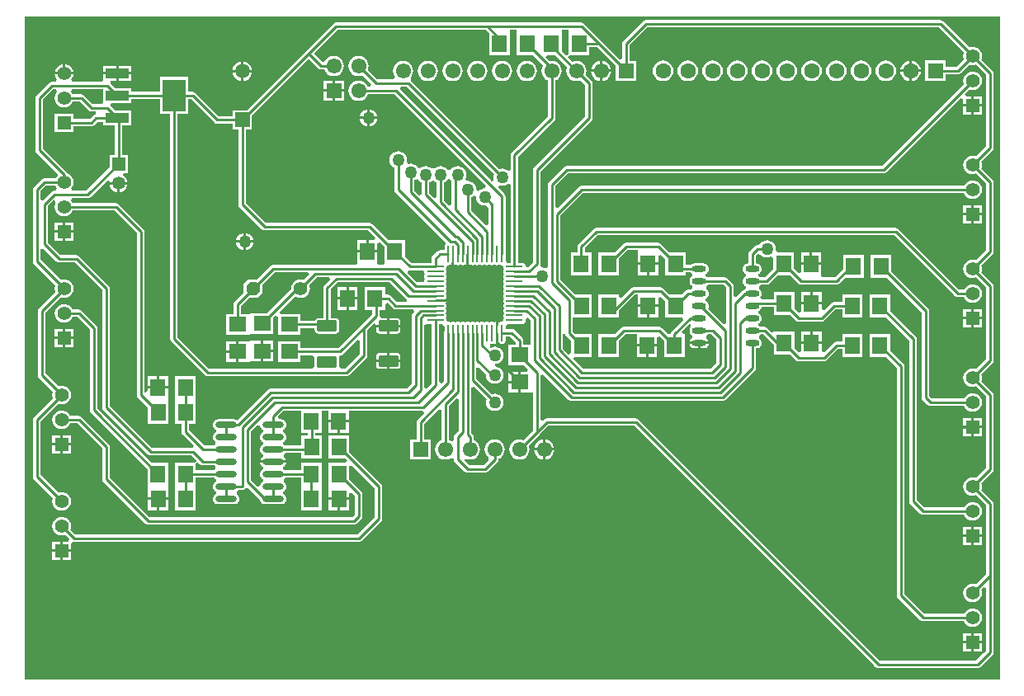
<source format=gtl>
%FSTAX23Y23*%
%MOMM*%
%SFA1B1*%

%IPPOS*%
%AMD11*
4,1,8,0.889000,0.551180,-0.889000,0.551180,-1.000760,0.439420,-1.000760,-0.439420,-0.889000,-0.551180,0.889000,-0.551180,1.000760,-0.439420,1.000760,0.439420,0.889000,0.551180,0.0*
1,1,0.220000,0.889000,0.439420*
1,1,0.220000,-0.889000,0.439420*
1,1,0.220000,-0.889000,-0.439420*
1,1,0.220000,0.889000,-0.439420*
%
%AMD22*
4,1,8,-0.292100,0.701040,-0.701040,0.292100,-0.701040,-0.292100,-0.292100,-0.701040,0.292100,-0.701040,0.701040,-0.292100,0.701040,0.292100,0.292100,0.701040,-0.292100,0.701040,0.0*
%
%ADD10R,1.599997X1.799996*%
G04~CAMADD=11~8~0.0~0.0~787.4~433.1~43.3~0.0~15~0.0~0.0~0.0~0.0~0~0.0~0.0~0.0~0.0~0~0.0~0.0~0.0~0.0~787.4~433.1*
%ADD11D11*%
%ADD12R,1.799996X1.599997*%
%ADD13R,2.399995X3.299993*%
%ADD14R,2.399995X0.999998*%
%ADD15O,2.199996X0.599999*%
%ADD16O,1.449997X0.599999*%
%ADD17O,1.799996X0.250000*%
%ADD18O,0.250000X1.799996*%
%ADD19C,0.253999*%
%ADD20R,1.399997X1.399997*%
%ADD21C,1.399997*%
G04~CAMADD=22~4~0.0~0.0~551.2~551.2~0.0~161.4~0~0.0~0.0~0.0~0.0~0~0.0~0.0~0.0~0.0~0~0.0~0.0~0.0~45.0~551.2~551.2*
%ADD22D22*%
%ADD23C,1.499997*%
%ADD24R,1.499997X1.499997*%
%ADD25C,1.349997*%
%ADD26R,1.349997X1.349997*%
%ADD27R,1.549997X1.549997*%
%ADD28C,1.549997*%
%ADD29C,1.599997*%
%ADD30R,1.599997X1.599997*%
%ADD31C,1.269997*%
%LNpcb1-1*%
%LPD*%
G36*
X100076Y0D02*
X0D01*
Y68072*
X100076*
Y0*
G37*
%LNpcb1-2*%
%LPC*%
G36*
X54361Y23495D02*
X53467D01*
Y226*
X53608Y22619*
X53858Y22723*
X54073Y22888*
X54238Y23103*
X54342Y23353*
X54361Y23495*
G37*
G36*
X53213D02*
X52318D01*
X52337Y23353*
X52441Y23103*
X52606Y22888*
X52821Y22723*
X53071Y22619*
X53213Y226*
Y23495*
G37*
G36*
Y24643D02*
X53071Y24624D01*
X52821Y2452*
X52606Y24355*
X52441Y2414*
X52337Y2389*
X52318Y23749*
X53213*
Y24643*
G37*
G36*
X04763Y24003D02*
X03937D01*
Y23175*
X04763*
Y24003*
G37*
G36*
X03683D02*
X02855D01*
Y23175*
X03683*
Y24003*
G37*
G36*
X04064Y38554D02*
X03814Y38521D01*
X03582Y38425*
X03383Y38272*
X0323Y38073*
X03134Y3784*
X03101Y37592*
X03134Y37342*
X0323Y3711*
X03383Y36911*
X03582Y36758*
X03814Y36662*
X04064Y36629*
X04312Y36662*
X04545Y36758*
X04744Y36911*
X04897Y3711*
X04935Y37203*
X05427*
X06723Y35907*
Y27679*
X06753Y27531*
X06837Y27405*
X12655Y21586*
Y19947*
Y19927*
X12661Y19676*
Y18669*
X13716*
X14769*
Y19676*
Y19695*
X14763Y19947*
Y22235*
X13105*
X075Y2784*
Y36068*
X0747Y36216*
X07386Y36342*
X05862Y37866*
X05736Y3795*
X05588Y3798*
X04935*
X04897Y38073*
X04744Y38272*
X04545Y38425*
X04312Y38521*
X04064Y38554*
G37*
G36*
X13589Y18415D02*
X12661D01*
Y17387*
X13589*
Y18415*
G37*
G36*
X0381Y27632D02*
X0356Y27599D01*
X03328Y27503*
X03129Y2735*
X02976Y27151*
X0288Y26918*
X02847Y2667*
X0288Y2642*
X02976Y26188*
X03129Y25989*
X03328Y25836*
X0356Y2574*
X0381Y25707*
X04058Y2574*
X04291Y25836*
X0449Y25989*
X04643Y26188*
X04681Y26281*
X05427*
X07993Y23715*
Y20574*
X08023Y20425*
X08107Y20299*
X12425Y15981*
X12551Y15897*
X127Y15867*
X33782*
X3393Y15897*
X34056Y15981*
X34564Y16489*
X34648Y16615*
X34678Y16764*
Y1905*
X34648Y19198*
X34564Y19324*
X33311Y20577*
Y21919*
X33565Y22024*
X35933Y19657*
Y1667*
X34129Y14866*
X0524*
X04701Y15406*
X04739Y15498*
X04772Y15748*
X04739Y15996*
X04643Y16229*
X0449Y16428*
X04291Y16581*
X04058Y16677*
X0381Y1671*
X0356Y16677*
X03328Y16581*
X03129Y16428*
X02976Y16229*
X0288Y15996*
X02847Y15748*
X0288Y15498*
X02976Y15266*
X03129Y15067*
X03328Y14914*
X0356Y14818*
X0381Y14785*
X04058Y14818*
X04151Y14856*
X04592Y14415*
X04487Y14161*
X03937*
Y13335*
X04763*
Y13925*
X04805Y13973*
X05017Y14101*
X0508Y14089*
X3429*
X34438Y14119*
X34564Y14203*
X36596Y16235*
X3668Y16361*
X3671Y1651*
Y19817*
X3668Y19966*
X36596Y20092*
X33317Y23371*
Y25029*
X31209*
Y22721*
X32868*
X331Y22489*
X32995Y22235*
X31203*
Y19949*
Y19927*
Y19695*
Y18669*
X32258*
Y18542*
Y18669*
X33311*
Y19146*
X33546Y19243*
X33901Y18889*
Y16924*
X33621Y16644*
X1286*
X0877Y20734*
Y23876*
X0874Y24024*
X08656Y2415*
X05862Y26944*
X05736Y27028*
X05588Y27058*
X04681*
X04643Y27151*
X0449Y2735*
X04291Y27503*
X04058Y27599*
X0381Y27632*
G37*
G36*
X14769Y18415D02*
X13843D01*
Y17387*
X14769*
Y18415*
G37*
G36*
X33311D02*
X32385D01*
Y17387*
X33311*
Y18415*
G37*
G36*
X32131D02*
X31203D01*
Y17387*
X32131*
Y18415*
G37*
G36*
X03937Y34925D02*
X03109D01*
Y34097*
X03937*
Y34925*
G37*
G36*
X50673Y31598D02*
X49645D01*
Y30671*
X50673*
Y31598*
G37*
G36*
X05017Y34925D02*
X04191D01*
Y34097*
X05017*
Y34925*
G37*
G36*
Y36005D02*
X04191D01*
Y35179*
X05017*
Y36005*
G37*
G36*
X03937D02*
X03109D01*
Y35179*
X03937*
Y36005*
G37*
G36*
X50673Y30417D02*
X49645D01*
Y2949*
X50673*
Y30417*
G37*
G36*
X03683Y25083D02*
X02855D01*
Y24257*
X03683*
Y25083*
G37*
G36*
X53467Y24643D02*
Y23749D01*
X54361*
X54342Y2389*
X54238Y2414*
X54073Y24355*
X53858Y2452*
X53608Y24624*
X53467Y24643*
G37*
G36*
X04763Y25083D02*
X03937D01*
Y24257*
X04763*
Y25083*
G37*
G36*
X33289Y26365D02*
X32362D01*
Y25338*
X33289*
Y26365*
G37*
G36*
X32108D02*
X31181D01*
Y25338*
X32108*
Y26365*
G37*
G36*
X03937Y63175D02*
X03814Y63159D01*
X03582Y63063*
X03383Y6291*
X0323Y62711*
X03134Y62478*
X03118Y62357*
X03937*
Y63175*
G37*
G36*
X04191D02*
Y62357D01*
X05009*
X04993Y62478*
X04897Y62711*
X04744Y6291*
X04545Y63063*
X04312Y63159*
X04191Y63175*
G37*
G36*
X03683Y13081D02*
X02855D01*
Y12253*
X03683*
Y13081*
G37*
G36*
X10999Y62116D02*
X09672D01*
Y61489*
X10999*
Y62116*
G37*
G36*
X09418Y62997D02*
X08091D01*
Y6237*
X09418*
Y62997*
G37*
G36*
X22479Y63439D02*
Y6257D01*
X23347*
X2333Y62706*
X23228Y6295*
X23068Y6316*
X22858Y6332*
X22614Y63422*
X22479Y63439*
G37*
G36*
X9398Y67698D02*
X63754D01*
X63605Y67668*
X63479Y67584*
X61447Y65552*
X61363Y65426*
X61333Y65278*
Y63781*
X61079Y63675*
X59202Y65552*
X57424Y6733*
X57298Y67414*
X5715Y67444*
X31963*
X31815Y67414*
X31689Y6733*
X28895Y64536*
X22806Y58447*
X21347*
Y57832*
X19932*
X17546Y60218*
X1742Y60302*
X17272Y60332*
X16799*
Y61847*
X13891*
Y60332*
X10999*
Y60697*
X09341*
X08804Y61234*
X08802Y61235*
X08879Y61489*
X09418*
Y62116*
X08091*
Y61602*
Y61489*
X07896Y61348*
X04899*
X04841Y61423*
X04784Y61602*
X04897Y61748*
X04993Y6198*
X05009Y62103*
X04064*
X03118*
X03134Y6198*
X0323Y61748*
X03342Y61602*
X03286Y61423*
X03228Y61348*
X02794*
X02645Y61318*
X02519Y61234*
X01249Y59964*
X01165Y59838*
X01135Y5969*
Y54356*
X01165Y54207*
X01249Y54081*
X03396Y51933*
X03383Y51734*
X0323Y51535*
X03192Y51442*
X02032*
X01883Y51412*
X01757Y51328*
X00995Y50566*
X00911Y5044*
X00881Y50292*
Y42926*
X00911Y42777*
X00995Y42651*
X03172Y40473*
X03134Y4038*
X03101Y40132*
X03134Y39882*
X03172Y3979*
X01503Y3812*
X01419Y37994*
X01389Y37846*
Y31242*
X01419Y31093*
X01503Y30967*
X02918Y29551*
X0288Y29458*
X02847Y2921*
X0288Y2896*
X02918Y28868*
X00995Y26944*
X00911Y26818*
X00881Y2667*
Y20828*
X00911Y20679*
X00995Y20553*
X02918Y18629*
X0288Y18536*
X02847Y18288*
X0288Y18038*
X02976Y17806*
X03129Y17607*
X03328Y17454*
X0356Y17358*
X0381Y17325*
X04058Y17358*
X04291Y17454*
X0449Y17607*
X04643Y17806*
X04739Y18038*
X04772Y18288*
X04739Y18536*
X04643Y18769*
X0449Y18968*
X04291Y19121*
X04058Y19217*
X0381Y1925*
X0356Y19217*
X03468Y19179*
X01658Y20988*
Y26509*
X03468Y28318*
X0356Y2828*
X0381Y28247*
X04058Y2828*
X04291Y28376*
X0449Y28529*
X04643Y28728*
X04739Y2896*
X04772Y2921*
X04739Y29458*
X04643Y29691*
X0449Y2989*
X04291Y30043*
X04058Y30139*
X0381Y30172*
X0356Y30139*
X03468Y30101*
X02166Y31402*
Y37685*
X03722Y3924*
X03814Y39202*
X04064Y39169*
X04312Y39202*
X04545Y39298*
X04744Y39451*
X04897Y3965*
X04993Y39882*
X05026Y40132*
X04993Y4038*
X04897Y40613*
X04744Y40812*
X04545Y40965*
X04312Y41061*
X04064Y41094*
X03814Y41061*
X03722Y41023*
X01658Y43086*
Y44168*
X01912Y44274*
X03281Y42905*
X03407Y42821*
X03556Y42791*
X05173*
X07993Y39971*
Y2794*
X08023Y27791*
X08107Y27665*
X12679Y23093*
X12805Y23009*
X12954Y22979*
X17111*
X17606Y22484*
X17615Y22445*
X17495Y22235*
X17338*
X15455*
Y19947*
Y19927*
X15461Y19695*
Y17387*
X17569*
Y19676*
Y19695*
X17563Y19927*
Y20693*
X19513*
X19518Y20686*
X19634Y20598*
X19667Y20584*
Y20309*
X19634Y20295*
X19518Y20207*
X1943Y20091*
X19374Y19956*
X19355Y19812*
X19374Y19667*
X1943Y19532*
X19518Y19416*
X19634Y19328*
X19667Y19314*
Y19039*
X19634Y19025*
X19518Y18937*
X1943Y18821*
X19374Y18686*
X19355Y18542*
X19374Y18397*
X1943Y18262*
X19518Y18146*
X19634Y18058*
X19769Y18002*
X19913Y17983*
X21513*
X21658Y18002*
X21793Y18058*
X21909Y18146*
X21997Y18262*
X22053Y18397*
X22072Y18542*
X22053Y18686*
X21997Y18821*
X21909Y18937*
X2182Y19005*
X21802Y19215*
X21805Y19274*
X21969Y19423*
X22352*
X225Y19453*
X22626Y19537*
X22669Y19601*
X22893Y19661*
X22969Y19661*
X24165Y18465*
X24174Y18397*
X2423Y18262*
X24318Y18146*
X24434Y18058*
X24569Y18002*
X24713Y17983*
X26313*
X26458Y18002*
X26593Y18058*
X26709Y18146*
X26797Y18262*
X26853Y18397*
X26872Y18542*
X26853Y18686*
X26797Y18821*
X26709Y18937*
X26593Y19025*
X2656Y19039*
Y19314*
X26593Y19328*
X26709Y19416*
X26797Y19532*
X26853Y19667*
X26872Y19812*
X26853Y19956*
X26797Y20091*
X26709Y20207*
X2662Y20275*
X26602Y20485*
X26605Y20544*
X26769Y20693*
X28403*
Y19927*
Y19695*
Y17387*
X30511*
Y19695*
Y19927*
Y22235*
X28403*
Y2147*
X26714*
X26709Y21477*
X26593Y21565*
X2656Y21579*
Y21854*
X26593Y21868*
X26709Y21956*
X26797Y22072*
X26853Y22207*
X26856Y22225*
X25513*
X24171*
X24174Y22207*
X2423Y22072*
X24318Y21956*
X24434Y21868*
X24467Y21854*
Y21579*
X24434Y21565*
X24318Y21477*
X2423Y21361*
X24174Y21226*
X24155Y21082*
X24174Y20937*
X2423Y20802*
X24318Y20686*
X24434Y20598*
X24467Y20584*
Y20309*
X24434Y20295*
X24318Y20207*
X2423Y20091*
X24174Y19956*
X24169Y19919*
X2391Y19818*
X23248Y2048*
Y25493*
X2391Y26154*
X24169Y26054*
X24174Y26017*
X2423Y25882*
X24318Y25766*
X24434Y25678*
X24467Y25664*
Y25389*
X24434Y25375*
X24318Y25287*
X2423Y25171*
X24174Y25036*
X24155Y24892*
X24174Y24747*
X2423Y24612*
X24318Y24496*
X24434Y24408*
X24467Y24394*
Y24119*
X24434Y24105*
X24318Y24017*
X2423Y23901*
X24174Y23766*
X24155Y23622*
X24174Y23477*
X2423Y23342*
X24318Y23226*
X24434Y23138*
X24467Y23124*
Y22849*
X24434Y22835*
X24318Y22747*
X2423Y22631*
X24174Y22496*
X24171Y22479*
X25513*
X26856*
X26853Y22496*
X26797Y22631*
X26709Y22747*
X2662Y22815*
X26602Y23025*
X26605Y23084*
X26769Y23233*
X28409*
Y22721*
X30517*
Y25029*
X29852*
Y25338*
X30489*
Y27551*
X31181*
Y26619*
X32235*
X33289*
Y27551*
X40866*
X40917Y27488*
X40985Y2731*
X40365Y2669*
X40281Y26564*
X40251Y26416*
Y2465*
X3961*
Y22592*
X41668*
Y2465*
X41028*
Y26255*
X42556Y27783*
X42791Y27686*
Y24574*
X42661Y2452*
X42446Y24355*
X42281Y2414*
X42177Y2389*
X42142Y23622*
X42177Y23353*
X42281Y23103*
X42446Y22888*
X42661Y22723*
X42911Y22619*
X4318Y22584*
X43448Y22619*
X43698Y22723*
X43807Y22806*
X44061Y22681*
Y22606*
X44091Y22457*
X44175Y22331*
X45191Y21315*
X45317Y21231*
X45466Y21201*
X47244*
X47392Y21231*
X47518Y21315*
X48534Y22331*
X48618Y22457*
X48648Y22606*
Y22669*
X48778Y22723*
X48993Y22888*
X49158Y23103*
X49262Y23353*
X49297Y23622*
X49262Y2389*
X49158Y2414*
X48993Y24355*
X48778Y2452*
X48528Y24624*
X4826Y24659*
X47991Y24624*
X47741Y2452*
X47526Y24355*
X47361Y2414*
X47257Y2389*
X47222Y23622*
X47257Y23353*
X47361Y23103*
X47526Y22888*
X47586Y22841*
X47617Y22513*
X47083Y21978*
X45626*
X45126Y22479*
X45269Y22694*
X45451Y22619*
X4572Y22584*
X45988Y22619*
X46238Y22723*
X46453Y22888*
X46618Y23103*
X46722Y23353*
X46757Y23622*
X46722Y2389*
X46618Y2414*
X46453Y24355*
X46238Y2452*
X46108Y24574*
Y24892*
X46078Y2504*
X45994Y25166*
X45866Y25294*
Y2996*
X46101Y30057*
X47418Y28739*
X47393Y2868*
X47363Y28448*
X47393Y28215*
X47483Y27999*
X47625Y27813*
X47811Y27671*
X48027Y27581*
X4826Y27551*
X48492Y27581*
X48708Y27671*
X48893Y27813*
X49036Y27999*
X49126Y28215*
X49156Y28448*
X49126Y2868*
X49036Y28896*
X48893Y29081*
X48708Y29224*
X48492Y29314*
X4826Y29344*
X48027Y29314*
X47967Y29289*
X46366Y3089*
Y32*
X46601Y32097*
X47374Y31324*
X47363Y31242*
X47393Y31009*
X47483Y30793*
X47625Y30607*
X47811Y30465*
X48027Y30375*
X4826Y30345*
X48492Y30375*
X48708Y30465*
X48893Y30607*
X49036Y30793*
X49126Y31009*
X49156Y31242*
X49126Y31474*
X49036Y3169*
X48893Y31875*
X48708Y32018*
X48492Y32108*
X48326Y32129*
Y32386*
X48492Y32407*
X48708Y32497*
X48893Y32639*
X49036Y32825*
X49126Y33041*
X49156Y33274*
X49126Y33506*
X49036Y33722*
X48893Y33907*
X48708Y3405*
X48492Y3414*
X4826Y3417*
X48027Y3414*
X4785Y34066*
X47823Y34085*
X47777Y34392*
X4783Y34441*
X47977Y34412*
X48125Y34441*
X48227Y3451*
X4833Y34441*
X4835Y34437*
Y34731*
X48364Y34798*
Y35573*
Y36348*
X4835Y36416*
Y3671*
X4833Y36705*
X48227Y36637*
X48125Y36705*
X47977Y36735*
X4783Y36705*
X47727Y36637*
X47625Y36705*
X47477Y36735*
X4733Y36705*
X47227Y36637*
X47125Y36705*
X46977Y36735*
X4683Y36705*
X46727Y36637*
X46625Y36705*
X46477Y36735*
X4633Y36705*
X46228Y36637*
X46125Y36705*
X45977Y36735*
X4583Y36705*
X45727Y36637*
X45625Y36705*
X45477Y36735*
X4533Y36705*
X45227Y36637*
X45125Y36705*
X44977Y36735*
X4483Y36705*
X44727Y36637*
X44625Y36705*
X44477Y36735*
X4433Y36705*
X44227Y36637*
X44125Y36705*
X43977Y36735*
X4383Y36705*
X43727Y36637*
X43625Y36705*
X43477Y36735*
X43339Y36873*
X43309Y37021*
X43241Y37123*
X43309Y37226*
X43339Y37373*
X43309Y37521*
X43241Y37623*
X43309Y37726*
X43339Y37873*
X43309Y38021*
X43241Y38123*
X43309Y38226*
X43339Y38373*
X43309Y38521*
X43241Y38623*
X43309Y38726*
X43314Y38746*
X4302*
X42952Y3876*
X42188*
X42177Y38762*
Y38982*
X42204Y38987*
X42952*
X4302Y39*
X43314*
X43309Y39021*
X43241Y39123*
X43309Y39226*
X43339Y39373*
X43309Y39521*
X43241Y39624*
X43309Y39726*
X43339Y39873*
X43309Y40021*
X43241Y40123*
X43309Y40226*
X43339Y40373*
X43309Y40521*
X43241Y40623*
X43309Y40726*
X43339Y40873*
X43309Y41021*
X43241Y41123*
X43309Y41226*
X43339Y41373*
X43309Y41521*
X43241Y41623*
X43309Y41726*
X43339Y41873*
X43309Y42021*
X43241Y42123*
X43309Y42226*
X43339Y42373*
X43477Y42512*
X43625Y42541*
X43727Y4261*
X4383Y42541*
X4385Y42537*
Y42831*
X43864Y42898*
Y43663*
X43866Y43673*
X44089*
X44091Y43663*
Y42898*
X44104Y42831*
Y42537*
X44125Y42541*
X44227Y4261*
X4433Y42541*
X44477Y42512*
X44625Y42541*
X44727Y4261*
X4483Y42541*
X44977Y42512*
X45125Y42541*
X45227Y4261*
X4533Y42541*
X4535Y42537*
Y42831*
X45364Y42898*
Y43663*
X45366Y43673*
X45589*
X45591Y43663*
Y42898*
X45604Y42831*
Y42537*
X45625Y42541*
X45727Y4261*
X4583Y42541*
X45977Y42512*
X46125Y42541*
X46228Y4261*
X4633Y42541*
X46477Y42512*
X46625Y42541*
X46727Y4261*
X4683Y42541*
X46977Y42512*
X47125Y42541*
X47227Y4261*
X4733Y42541*
X47477Y42512*
X47625Y42541*
X47727Y4261*
X4783Y42541*
X47977Y42512*
X48125Y42541*
X48227Y4261*
X4833Y42541*
X48477Y42512*
X48625Y42541*
X48727Y4261*
X4883Y42541*
X48977Y42512*
X49116Y42373*
X49145Y42226*
X49214Y42123*
X49145Y42021*
X49116Y41873*
X49145Y41726*
X49214Y41623*
X49145Y41521*
X49116Y41373*
X49145Y41226*
X49214Y41123*
X49145Y41021*
X49116Y40873*
X49145Y40726*
X49214Y40623*
X49145Y40521*
X49116Y40373*
X49145Y40226*
X49214Y40123*
X49145Y40021*
X49116Y39873*
X49145Y39726*
X49214Y39624*
X49145Y39521*
X49116Y39373*
X49145Y39226*
X49214Y39123*
X49145Y39021*
X49116Y38873*
X49145Y38726*
X49214Y38623*
X49145Y38521*
X49116Y38373*
X49145Y38226*
X49214Y38123*
X49145Y38021*
X49116Y37873*
X49145Y37726*
X49214Y37623*
X49145Y37521*
X49116Y37373*
X49145Y37226*
X49214Y37123*
X49145Y37021*
X49116Y36873*
X48977Y36735*
X4883Y36705*
X48727Y36637*
X48625Y36705*
X48604Y3671*
Y36416*
X48591Y36348*
Y35584*
X48589Y35573*
X48591Y35563*
Y34798*
X48604Y34731*
Y34437*
X48625Y34441*
X48727Y3451*
X4883Y34441*
X48977Y34412*
X49125Y34441*
X49251Y34525*
X49334Y34651*
X49364Y34798*
Y35185*
X49863*
X50395Y34652*
X50373Y34398*
X49645*
Y3229*
X51233*
X51691Y31833*
X51593Y31598*
X50927*
Y30544*
Y2949*
X51953*
X52189Y29446*
Y2556*
X51199Y2457*
X51068Y24624*
X508Y24659*
X50531Y24624*
X50281Y2452*
X50066Y24355*
X49901Y2414*
X49797Y2389*
X49762Y23622*
X49797Y23353*
X49901Y23103*
X50066Y22888*
X50281Y22723*
X50531Y22619*
X508Y22584*
X51068Y22619*
X51318Y22723*
X51533Y22888*
X51698Y23103*
X51802Y23353*
X51837Y23622*
X51802Y2389*
X51748Y24021*
X52852Y25125*
X53754Y26027*
X62577*
X87355Y01249*
X87481Y01165*
X8763Y01135*
X9779*
X97938Y01165*
X98064Y01249*
X99334Y02519*
X99418Y02645*
X99448Y02794*
Y10668*
Y18034*
X99418Y18182*
X99334Y18308*
X98173Y1947*
X98211Y19562*
X98244Y19812*
X98211Y2006*
X98173Y20153*
X99334Y21315*
X99418Y21441*
X99448Y2159*
Y2921*
X99418Y29358*
X99334Y29484*
X98173Y30646*
X98211Y30738*
X98244Y30988*
X98211Y31236*
X98173Y31329*
X99334Y32491*
X99418Y32617*
X99448Y32766*
Y40386*
X99418Y40534*
X99334Y4066*
X98173Y41822*
X98211Y41914*
X98244Y42164*
X98211Y42412*
X98173Y42505*
X99334Y43667*
X99418Y43793*
X99448Y43942*
Y51054*
X99418Y51202*
X99334Y51328*
X98173Y5249*
X98211Y52582*
X98244Y52832*
X98211Y5308*
X98173Y53173*
X99334Y54335*
X99418Y54461*
X99448Y5461*
Y6223*
X99418Y62378*
X99334Y62504*
X98173Y63666*
X98211Y63758*
X98244Y64008*
X98211Y64256*
X98115Y64489*
X97962Y64688*
X97763Y64841*
X9753Y64937*
X97282Y6497*
X97032Y64937*
X9694Y64899*
X94254Y67584*
X94128Y67668*
X9398Y67698*
G37*
G36*
X10999Y62997D02*
X09672D01*
Y6237*
X10999*
Y62997*
G37*
G36*
X22225Y63439D02*
X22089Y63422D01*
X21845Y6332*
X21635Y6316*
X21474Y6295*
X21373Y62706*
X21356Y6257*
X22225*
Y63439*
G37*
G36*
Y62316D02*
X21356D01*
X21373Y62181*
X21474Y61937*
X21635Y61727*
X21845Y61566*
X22089Y61465*
X22225Y61448*
Y62316*
G37*
G36*
X04763Y13081D02*
X03937D01*
Y12253*
X04763*
Y13081*
G37*
G36*
X03683Y14161D02*
X02855D01*
Y13335*
X03683*
Y14161*
G37*
G36*
X23347Y62316D02*
X22479D01*
Y61448*
X22614Y61465*
X22858Y61566*
X23068Y61727*
X23228Y61937*
X2333Y62181*
X23347Y62316*
G37*
%LNpcb1-3*%
%LPD*%
G36*
X40444Y51272D02*
X40513Y51181D01*
X40699Y51039*
X40759Y51014*
Y49811*
X40696Y49759*
X40518Y49692*
X40012Y50198*
Y51268*
X40072Y51293*
X40113Y51325*
X40341Y51362*
X40444Y51272*
G37*
G36*
X42078Y5115D02*
X42223Y51039D01*
X42283Y51014*
Y49529*
X42048Y49432*
X41536Y49944*
Y51014*
X41596Y51039*
X41741Y5115*
X41898Y51183*
X41921*
X42078Y5115*
G37*
G36*
X0323Y50572D02*
X03342Y50426D01*
X03286Y50247*
X03228Y50172*
X03048*
X02899Y50142*
X02773Y50058*
X01912Y49197*
X01658Y49303*
Y50131*
X02192Y50665*
X03192*
X0323Y50572*
G37*
G36*
X75519Y43622D02*
X75565Y43561D01*
X75751Y43419*
X75967Y43329*
X762Y43299*
X76432Y43329*
X76613Y43404*
X76739Y43355*
X76867Y43267*
Y42167*
X75982Y41282*
X75501*
X75496Y41289*
X7538Y41377*
X75347Y41391*
Y41666*
X7538Y4168*
X75496Y41768*
X75584Y41884*
X7564Y42019*
X75659Y42164*
X7564Y42308*
X75584Y42443*
X75496Y42559*
X7538Y42647*
X75245Y42703*
X751Y42722*
X75064*
Y4348*
X75264Y43656*
X75519Y43622*
G37*
G36*
X43004Y364D02*
X43091Y36256D01*
Y35727*
X43088Y35722*
X43058Y35573*
Y30653*
X4282Y30415*
X42566Y3052*
Y36487*
X4286*
X43004Y364*
G37*
G36*
X49723Y50895D02*
X49889Y50814D01*
Y4276*
X49595*
X49451Y42847*
X49364Y42991*
Y43663*
X49366Y43673*
Y49573*
X49336Y49722*
X49252Y49848*
X48602Y50498*
X48746Y50713*
X48789Y50695*
X49022Y50665*
X49254Y50695*
X4947Y50785*
X49635Y50912*
X49723Y50895*
G37*
G36*
X13891Y58039D02*
X14957D01*
Y34945*
X14987Y34797*
X15071Y34671*
X18521Y31221*
X18647Y31137*
X18796Y31107*
X3302*
X33168Y31137*
X33294Y31221*
X35072Y32999*
X35156Y33125*
X35186Y33274*
Y35907*
X35822Y36543*
X36076Y36438*
Y36427*
X37211*
Y37111*
X36657*
X36456Y37338*
Y37961*
X36997*
Y38547*
X37251Y38652*
X37805Y38099*
X37931Y38015*
X38079Y37985*
X39941*
X40039Y3775*
X39857Y37569*
X39773Y37443*
X39743Y37294*
Y30386*
X39209Y29852*
X25233*
X25084Y29822*
X24958Y29738*
X21834Y26614*
X21793Y26645*
X21658Y26701*
X21513Y2672*
X19913*
X19769Y26701*
X19634Y26645*
X19518Y26557*
X1943Y26441*
X19374Y26306*
X19355Y26162*
X19374Y26017*
X1943Y25882*
X19518Y25766*
X19634Y25678*
X19667Y25664*
Y25389*
X19634Y25375*
X19518Y25287*
X1943Y25171*
X19374Y25036*
X19355Y24892*
X19374Y24747*
X1943Y24612*
X19518Y24496*
X19607Y24428*
X19625Y24218*
X19622Y24159*
X19458Y2401*
X18454*
X16904Y2556*
Y26277*
X17569*
Y28566*
Y28585*
X17563Y28817*
Y31125*
X15455*
Y28837*
Y28817*
X15461Y28585*
Y26277*
X16127*
Y254*
X16157Y25251*
X16241Y25125*
X1737Y23995*
X17291Y23804*
X1725Y23756*
X13114*
X0877Y281*
Y40132*
X0874Y4028*
X08656Y40406*
X05608Y43454*
X05482Y43538*
X05334Y43568*
X03716*
X0242Y44864*
Y48607*
X03038Y49225*
X03055Y49231*
X03086Y49224*
X03146Y49129*
X03205Y48933*
X03134Y48762*
X03101Y48514*
X03134Y48264*
X0323Y48032*
X03383Y47833*
X03582Y4768*
X03814Y47584*
X04064Y47551*
X04312Y47584*
X04545Y4768*
X04744Y47833*
X04897Y48032*
X04935Y48125*
X09237*
X11549Y45813*
Y2921*
X11579Y29061*
X11663Y28935*
X12661Y27936*
Y26277*
X14769*
Y28566*
Y28585*
X14763Y28817*
Y29845*
X13709*
X12655*
Y29584*
X12401Y29456*
X12326Y29511*
Y45974*
X12296Y46122*
X12212Y46248*
X09672Y48788*
X09546Y48872*
X09398Y48902*
X04935*
X04897Y48995*
X04784Y49141*
X04841Y4932*
X04899Y49395*
X06496*
X06644Y49425*
X0677Y49509*
X08512Y5125*
X08547Y5124*
X08738Y51117*
X08731Y51066*
X09652*
X10572*
X10557Y51182*
X10463Y51408*
X10314Y51602*
X1012Y51751*
X10107Y51756*
X10157Y5201*
X1058*
Y53868*
X1004*
Y56889*
X10999*
Y58397*
X09341*
X08803Y58935*
X08807Y5899*
X08886Y59189*
X10999*
Y59555*
X13891*
Y58039*
G37*
G36*
X55521Y35411D02*
X55605Y35285D01*
X56095Y34794*
Y33494*
X55841Y33389*
X55252Y33978*
Y35459*
X55506Y35484*
X55521Y35411*
G37*
G36*
X46352Y49569D02*
X46347Y4953D01*
X46377Y49297*
X46467Y49081*
X46609Y48895*
X46795Y48753*
X47011Y48663*
X47244Y48633*
X47339Y48645*
X47571Y48471*
X47589Y48435*
Y46763*
X47354Y46666*
X45854Y48166*
Y4949*
X45914Y49515*
X46099Y49657*
X46109Y4967*
X46352Y49569*
G37*
G36*
X31339Y41032D02*
X30763Y40456D01*
X30679Y4033*
X30649Y40181*
Y37111*
X30147*
X30005Y37083*
X29885Y37003*
X29805Y36882*
X29796Y3684*
X28331*
Y37505*
X26272*
X26167Y37759*
X27775Y39368*
X27866Y39298*
X28098Y39202*
X28347Y39169*
X28596Y39202*
X28829Y39298*
X29028Y39451*
X29181Y3965*
X29277Y39882*
X2931Y40132*
X29277Y4038*
X29239Y40473*
X30032Y41267*
X31242*
X31339Y41032*
G37*
G36*
X41402Y36487D02*
X41789D01*
Y304*
X41282Y29893*
X41028Y29999*
Y36362*
X41229Y36499*
X41282Y36511*
X41402Y36487*
G37*
G36*
X43705Y51325D02*
X43807Y51192D01*
Y48767*
X43572Y4867*
X4306Y49182*
Y51014*
X4312Y51039*
X43305Y51181*
X43416Y51325*
X43561Y51349*
X43705Y51325*
G37*
G36*
X29207Y4154D02*
X28689Y41023D01*
X28596Y41061*
X28347Y41094*
X28098Y41061*
X27866Y40965*
X27667Y40812*
X27514Y40613*
X27418Y4038*
X27385Y40132*
X27392Y40083*
X24888Y3758*
X23231*
X23229*
X22997Y3753*
X22232*
Y38347*
X23063Y39177*
X23944*
X24421Y39654*
Y40536*
X2566Y41775*
X2911*
X29207Y4154*
G37*
G36*
X39543Y41985D02*
X40924D01*
X41016Y41873*
X41045Y41726*
X41114Y41623*
X41045Y41521*
X41016Y41373*
X41045Y41226*
X41114Y41123*
X41045Y41021*
X41016Y40873*
X40931Y4077*
X40296*
X3934Y41727*
X394Y41999*
X39415Y42011*
X39543Y41985*
G37*
G36*
X08091Y59189D02*
X0789Y59062D01*
X07018*
X06116Y59964*
X0599Y60048*
X05842Y60078*
X04935*
X04897Y60171*
X04784Y60317*
X04841Y60496*
X04899Y60571*
X08091*
Y59189*
G37*
G36*
X55841Y66431D02*
D01*
Y64192*
X55613Y64061*
X55149Y64525*
Y66431*
X55194Y66667*
X55797*
X55841Y66431*
G37*
G36*
X72001Y40225D02*
Y36577D01*
X71766Y3648*
X70145Y38101*
X7019Y38209*
X70209Y38354*
X7019Y38498*
X70134Y38633*
X70046Y38749*
X6993Y38837*
X69897Y38851*
Y39126*
X6993Y3914*
X70046Y39228*
X70134Y39344*
X7019Y39479*
X70209Y39624*
X7019Y39768*
X70134Y39903*
X70046Y40019*
X69957Y40087*
X69939Y40297*
X69942Y40356*
X70106Y40505*
X71721*
X72001Y40225*
G37*
G36*
X28381Y25338D02*
X29075D01*
Y25029*
X28409*
Y2401*
X26714*
X26709Y24017*
X26593Y24105*
X2656Y24119*
Y24394*
X26593Y24408*
X26709Y24496*
X26797Y24612*
X26853Y24747*
X26872Y24892*
X26853Y25036*
X26797Y25171*
X26709Y25287*
X26593Y25375*
X2656Y25389*
Y25664*
X26593Y25678*
X26709Y25766*
X26797Y25882*
X26853Y26017*
X26872Y26162*
X26853Y26306*
X26797Y26441*
X26709Y26557*
X26593Y26645*
X26458Y26701*
X26313Y2672*
X26105*
X26Y26974*
X26576Y27551*
X28381*
Y25338*
G37*
G36*
X17812Y22278D02*
X18013Y22077D01*
X18139Y21993*
X18288Y21963*
X19513*
X19518Y21956*
X19607Y21888*
X19625Y21678*
X19622Y21619*
X19458Y2147*
X17563*
Y21992*
Y22167*
X17773Y22287*
X17812Y22278*
G37*
G36*
X9639Y64349D02*
X96352Y64256D01*
X96319Y64008*
X96352Y63758*
X9639Y63666*
X95597Y62872*
X94525*
Y63537*
X92417*
Y61429*
X94525*
Y62095*
X95758*
X95906Y62125*
X96032Y62209*
X9694Y63116*
X97032Y63078*
X97282Y63045*
X9753Y63078*
X97623Y63116*
X98671Y62069*
Y5477*
X97623Y53723*
X9753Y53761*
X97282Y53794*
X97032Y53761*
X968Y53665*
X96601Y53512*
X96448Y53313*
X96352Y5308*
X96319Y52832*
X96352Y52582*
X96448Y5235*
X96601Y52151*
X968Y51998*
X97032Y51902*
X97282Y51869*
X9753Y51902*
X97623Y5194*
X98671Y50893*
Y44102*
X97623Y43055*
X9753Y43093*
X97282Y43126*
X97032Y43093*
X968Y42997*
X96601Y42844*
X96448Y42645*
X96352Y42412*
X96319Y42164*
X96352Y41914*
X96448Y41682*
X96601Y41483*
X968Y4133*
X97032Y41234*
X97282Y41201*
X9753Y41234*
X97623Y41272*
X98671Y40225*
Y32926*
X97623Y31879*
X9753Y31917*
X97282Y3195*
X97032Y31917*
X968Y31821*
X96601Y31668*
X96448Y31469*
X96352Y31236*
X96319Y30988*
X96352Y30738*
X96448Y30506*
X96601Y30307*
X968Y30154*
X97032Y30058*
X97282Y30025*
X9753Y30058*
X97623Y30096*
X98671Y29049*
Y2175*
X97623Y20703*
X9753Y20741*
X97282Y20774*
X97032Y20741*
X968Y20645*
X96601Y20492*
X96448Y20293*
X96352Y2006*
X96319Y19812*
X96352Y19562*
X96448Y1933*
X96601Y19131*
X968Y18978*
X97032Y18882*
X97282Y18849*
X9753Y18882*
X97623Y1892*
X98671Y17873*
Y10828*
X97623Y09781*
X9753Y09819*
X97282Y09852*
X97032Y09819*
X968Y09723*
X96601Y0957*
X96448Y09371*
X96352Y09138*
X96319Y0889*
X96352Y0864*
X96448Y08408*
X96601Y08209*
X968Y08056*
X97032Y0796*
X97282Y07927*
X9753Y0796*
X97763Y08056*
X97962Y08209*
X98115Y08408*
X98211Y0864*
X98244Y0889*
X98211Y09138*
X98173Y09231*
X98436Y09495*
X98671Y09398*
Y02954*
X98431Y02714*
X98235Y02878*
Y031*
Y03683*
X97409*
Y02855*
X97982*
X98213*
X98377Y0266*
X97629Y01912*
X8779*
X63012Y2669*
X62886Y26774*
X62738Y26804*
X53594*
X53445Y26774*
X53319Y2669*
X53201Y26572*
X52966Y26669*
Y31214*
X5322Y3132*
X55859Y28681*
X55985Y28597*
X56134Y28567*
X71628*
X71776Y28597*
X71902Y28681*
X7495Y31729*
X75034Y31855*
X75064Y32004*
Y33985*
X751*
X75245Y34004*
X7538Y3406*
X75496Y34148*
X75584Y34264*
X7564Y34399*
X75659Y34544*
X7564Y34688*
X75584Y34823*
X75496Y34939*
X75407Y35007*
X75389Y35217*
X75392Y35276*
X75556Y35425*
X75785*
X76892Y34318*
Y33389*
X78551*
X79195Y32745*
X79321Y32661*
X7947Y32631*
X82042*
X8219Y32661*
X82316Y32745*
X83472Y33901*
X83905*
Y33135*
X86013*
Y35443*
X83905*
Y34678*
X83312*
X83163Y34648*
X83037Y34564*
X82054Y33581*
X818Y33687*
Y34417*
X80746*
Y34544*
Y34417*
X79692*
Y33706*
X79438Y33601*
X79Y34039*
Y35697*
X76892*
X76693Y35615*
X7622Y36088*
X76094Y36172*
X75946Y36202*
X75501*
X75496Y36209*
X7538Y36297*
X75347Y36311*
Y36586*
X7538Y366*
X75496Y36688*
X75584Y36804*
X7564Y36939*
X75659Y37084*
X7564Y37228*
X75584Y37363*
X75496Y37479*
X7538Y37567*
X75347Y37581*
Y37856*
X7538Y3787*
X75496Y37958*
X75584Y38074*
X7564Y38209*
X75642Y38219*
X76898*
Y37453*
X78557*
X79201Y36809*
X79327Y36725*
X79476Y36695*
X81788*
X81936Y36725*
X82062Y36809*
X83218Y37965*
X83905*
Y37199*
X86013*
Y39507*
X83905*
Y38742*
X83058*
X82909Y38712*
X82783Y38628*
X82041Y37886*
X81806Y37983*
Y38481*
X80752*
X79698*
Y3777*
X79444Y37665*
X79006Y38103*
Y39761*
X76898*
Y38996*
X7561*
X7553Y39158*
X75512Y3925*
X75584Y39344*
X7564Y39479*
X75659Y39624*
X7564Y39768*
X75584Y39903*
X75496Y40019*
X75407Y40087*
X75389Y40297*
X75392Y40356*
X75556Y40505*
X76143*
X76291Y40535*
X76417Y40619*
X77316Y41517*
X78525*
X79424Y40619*
X7955Y40535*
X79699Y40505*
X83312*
X8346Y40535*
X83586Y40619*
X84231Y41263*
X86137*
Y43571*
X84029*
Y42161*
X83151Y41282*
X81819*
X81775Y41517*
Y41536*
Y42545*
X80721*
X79667*
Y41834*
X79413Y41729*
X78975Y42167*
Y43825*
X77257*
X77081Y44079*
X77096Y44196*
X77066Y44428*
X76976Y44644*
X76833Y44829*
X76648Y44972*
X76432Y45062*
X762Y45092*
X75967Y45062*
X75751Y44972*
X75565Y44829*
X75423Y44644*
X75398Y44584*
X75184*
X75035Y44554*
X74909Y4447*
X74401Y43962*
X74317Y43836*
X74287Y43688*
Y42722*
X7425*
X74106Y42703*
X73971Y42647*
X73855Y42559*
X73767Y42443*
X73711Y42308*
X73692Y42164*
X73711Y42019*
X73767Y41884*
X73855Y41768*
X73971Y4168*
X74004Y41666*
Y41391*
X73971Y41377*
X73855Y41289*
X73767Y41173*
X73711Y41038*
X73692Y40894*
X73711Y40749*
X73767Y40614*
X73855Y40498*
X73971Y4041*
X74004Y40396*
Y40121*
X73971Y40107*
X73855Y40019*
X73839Y39997*
X73765Y39982*
X73639Y39898*
X73013Y39272*
X72778Y39369*
Y40386*
X72748Y40534*
X72664Y4066*
X72156Y41168*
X7203Y41252*
X71882Y41282*
X70051*
X70046Y41289*
X6993Y41377*
X69897Y41391*
Y41666*
X6993Y4168*
X70046Y41768*
X70134Y41884*
X7019Y42019*
X70209Y42164*
X7019Y42308*
X70134Y42443*
X70046Y42559*
X6993Y42647*
X69795Y42703*
X6965Y42722*
X688*
X68656Y42703*
X68521Y42647*
X68405Y42559*
X684Y42552*
X67855*
Y43825*
X66197*
X65298Y44724*
X65172Y44808*
X65024Y44838*
X61722*
X61573Y44808*
X61447Y44724*
X60548Y43825*
X58889*
Y41517*
X60997*
Y43176*
X61882Y44061*
X62903*
X62947Y43825*
Y43807*
Y42799*
X64001*
X65055*
Y43509*
X65309Y43614*
X65747Y43176*
Y41517*
X67855*
Y41775*
X684*
X68405Y41768*
X68521Y4168*
X68554Y41666*
Y41391*
X68521Y41377*
X68405Y41289*
X68317Y41173*
X68261Y41038*
X68242Y40894*
X68261Y40749*
X68317Y40614*
X68405Y40498*
X68494Y4043*
X68512Y4022*
X68509Y40161*
X68345Y40012*
X68072*
X67923Y39982*
X67797Y39898*
X67406Y39507*
X66197*
X65552Y40152*
X65426Y40236*
X65278Y40266*
X62484*
X62335Y40236*
X62209Y40152*
X61238Y39181*
X61003Y39279*
Y39507*
X58895*
Y37199*
X61003*
Y37848*
X62644Y39489*
X62947*
Y38481*
X64001*
X65055*
Y39191*
X65309Y39296*
X65747Y38858*
Y37199*
X67533*
X67638Y36945*
X66403Y3571*
X66319Y35584*
X66302Y35503*
X66046Y3547*
X65428Y36088*
X65302Y36172*
X65153Y36202*
X61473*
X61325Y36172*
X61199Y36088*
X60554Y35443*
X58895*
Y33135*
X61003*
Y34794*
X61634Y35425*
X62823*
Y34417*
X63877*
X64931*
Y35127*
X65185Y35232*
X65623Y34794*
Y33135*
X67731*
Y35443*
X67567*
X67469Y35678*
X683Y36509*
X68351Y36487*
X68404Y36216*
X68395Y36195*
X68317Y36093*
X68261Y35958*
X68242Y35814*
X68261Y35669*
X68317Y35534*
X68405Y35418*
X68521Y3533*
X68554Y35316*
Y35041*
X68521Y35027*
X68405Y34939*
X68317Y34823*
X68261Y34688*
X68258Y34671*
X69225*
X70193*
X7019Y34688*
X70134Y34823*
X70046Y34939*
X69957Y35007*
X69939Y35217*
X69942Y35276*
X70106Y35425*
X70451*
X70985Y34891*
Y32454*
X70414Y31884*
X57346*
X56349Y32881*
X56454Y33135*
X58203*
Y35443*
X56545*
X56268Y3572*
Y37199*
X58203*
Y39507*
X56545*
X54998Y41054*
Y47591*
X5731Y49903*
X9641*
X96448Y4981*
X96601Y49611*
X968Y49458*
X97032Y49362*
X97282Y49329*
X9753Y49362*
X97763Y49458*
X97962Y49611*
X98115Y4981*
X98211Y50042*
X98244Y50292*
X98211Y5054*
X98115Y50773*
X97962Y50972*
X97763Y51125*
X9753Y51221*
X97282Y51254*
X97032Y51221*
X968Y51125*
X96601Y50972*
X96448Y50773*
X9641Y5068*
X5715*
X57001Y5065*
X56875Y50566*
X54725Y48416*
X5449Y48513*
Y50639*
X55786Y51935*
X88138*
X88286Y51965*
X88412Y52049*
X96073Y5971*
X96327Y59605*
Y59055*
X97155*
Y59881*
X96604*
X96499Y60135*
X9694Y60576*
X97032Y60538*
X97282Y60505*
X9753Y60538*
X97763Y60634*
X97962Y60787*
X98115Y60986*
X98211Y61218*
X98244Y61468*
X98211Y61716*
X98115Y61949*
X97962Y62148*
X97763Y62301*
X9753Y62397*
X97282Y6243*
X97032Y62397*
X968Y62301*
X96601Y62148*
X96448Y61949*
X96352Y61716*
X96319Y61468*
X96352Y61218*
X9639Y61126*
X87977Y52712*
X55626*
X55477Y52682*
X55351Y52598*
X53827Y51074*
X53743Y50948*
X53713Y508*
Y42331*
X53459Y42209*
X53318Y42268*
X53086Y42298*
X52936Y42523*
X52966Y42672*
Y52163*
X58186Y57383*
X5827Y57509*
X583Y57658*
Y61214*
X5827Y61362*
X58186Y61488*
X5759Y62084*
X57644Y62215*
X57679Y62484*
X57644Y62752*
X5754Y63002*
X57375Y63217*
X5716Y63382*
X5691Y63486*
X56642Y63521*
X56373Y63486*
X56242Y63432*
X55779Y63895*
X5591Y64123*
X57949*
Y64889*
X58767*
X60692Y62963*
Y61454*
X6275*
Y63512*
X6211*
Y65117*
X63914Y66921*
X93819*
X9639Y64349*
G37*
G36*
X19497Y57169D02*
X19623Y57085D01*
X19771Y57055*
X21347*
Y56439*
X21963*
Y48768*
X21993Y48619*
X22077Y48493*
X24363Y46207*
X24489Y46123*
X24638Y46093*
X35275*
X36018Y45349*
X35913Y45095*
X35302*
Y44069*
X36229*
Y44779*
X36483Y44884*
X36921Y44446*
Y42787*
X36877Y42552*
X36274*
X36229Y42787*
Y42806*
Y43815*
X35175*
X34121*
Y42806*
Y42787*
X34077Y42552*
X25499*
X25351Y42522*
X25225Y42438*
X23872Y41085*
X2299*
X22513Y40608*
Y39727*
X21569Y38782*
X21485Y38656*
X21455Y38507*
Y3753*
X20689*
Y35422*
X22996*
X22997*
X23229Y35472*
X25537*
Y3713*
X25769Y37362*
X26023Y37257*
Y35397*
X28331*
Y36063*
X29776*
Y3586*
X29805Y35718*
X29885Y35598*
X30005Y35517*
X30147Y35489*
X31927*
X32069Y35517*
X3219Y35598*
X3227Y35718*
X32299Y3586*
Y3674*
X3227Y36882*
X3219Y37003*
X32069Y37083*
X31927Y37111*
X31426*
Y40021*
X32164Y40759*
X37469*
X39133Y39095*
X39251Y39016*
X39255Y38994*
X39209Y38762*
X3824*
X37612Y3939*
X37486Y39474*
X37338Y39504*
X36997*
Y40269*
X34889*
Y37961*
X35679*
Y37498*
X34523Y36342*
X32221Y3404*
X28331*
Y34705*
X26023*
Y32597*
X28331*
Y33263*
X29576*
X29776Y3304*
Y3216*
X29781Y32138*
X29627Y31906*
X29592Y31884*
X18956*
X15734Y35106*
Y58039*
X16799*
Y59555*
X17111*
X19497Y57169*
G37*
G36*
X50507Y66431D02*
D01*
Y64123*
X52166*
X53239Y6305*
X53203Y63002*
X53099Y62752*
X53064Y62484*
X53099Y62215*
X53203Y61965*
X53368Y6175*
X53583Y61585*
X53713Y61531*
Y57818*
X50003Y54108*
X49919Y53982*
X49889Y53833*
Y52308*
X49723Y52228*
X49635Y52211*
X4947Y52338*
X49254Y52428*
X49022Y52458*
X48789Y52428*
X48729Y52403*
X39656Y61476*
X39642Y61497*
X39628Y61572*
X39626Y6179*
X3976Y61965*
X39864Y62215*
X39899Y62484*
X39864Y62752*
X3976Y63002*
X39595Y63217*
X3938Y63382*
X3913Y63486*
X38862Y63521*
X38593Y63486*
X38343Y63382*
X38128Y63217*
X37963Y63002*
X37859Y62752*
X37824Y62484*
X37859Y62215*
X37963Y61965*
X38046Y61856*
X37921Y61602*
X36228*
X35238Y62592*
X35292Y62723*
X35327Y62992*
X35292Y6326*
X35188Y6351*
X35023Y63725*
X34808Y6389*
X34558Y63994*
X3429Y64029*
X34021Y63994*
X33771Y6389*
X33556Y63725*
X33391Y6351*
X33287Y6326*
X33252Y62992*
X33287Y62723*
X33391Y62473*
X33556Y62258*
X33771Y62093*
X34021Y61989*
X3429Y61954*
X34558Y61989*
X34689Y62043*
X35638Y61094*
X35532Y6084*
X35242*
X35188Y6097*
X35023Y61185*
X34808Y6135*
X34558Y61454*
X3429Y61489*
X34021Y61454*
X33771Y6135*
X33556Y61185*
X33391Y6097*
X33287Y6072*
X33252Y60452*
X33287Y60183*
X33391Y59933*
X33556Y59718*
X33771Y59553*
X34021Y59449*
X3429Y59414*
X34558Y59449*
X34808Y59553*
X35023Y59718*
X35188Y59933*
X35242Y60063*
X37939*
X47331Y50671*
X47267Y50493*
X47219Y50423*
X47011Y50396*
X46795Y50306*
X46609Y50163*
X466Y50151*
X46357Y50252*
X46362Y50292*
X46332Y50524*
X46242Y5074*
X46099Y50925*
X45914Y51068*
X45698Y51158*
X45466Y51188*
X45402Y5118*
X45319Y51268*
X45246Y51415*
X45316Y51583*
X45346Y51816*
X45316Y52048*
X45226Y52264*
X45083Y52449*
X44898Y52592*
X44682Y52682*
X4445Y52712*
X44217Y52682*
X44001Y52592*
X43815Y52449*
X43705Y52306*
X43561Y52282*
X43416Y52306*
X43305Y52449*
X4312Y52592*
X42904Y52682*
X42672Y52712*
X42439Y52682*
X42223Y52592*
X42078Y52481*
X41921Y52448*
X41898*
X41741Y52481*
X41596Y52592*
X4138Y52682*
X41148Y52712*
X40915Y52682*
X40699Y52592*
X40657Y5256*
X4043Y52523*
X40327Y52613*
X40257Y52703*
X40072Y52846*
X39856Y52936*
X39624Y52966*
X39425Y5294*
X39314Y5303*
X39224Y53141*
X3925Y5334*
X3922Y53572*
X3913Y53788*
X38987Y53973*
X38802Y54116*
X38586Y54206*
X38354Y54236*
X38121Y54206*
X37905Y54116*
X37719Y53973*
X37577Y53788*
X37487Y53572*
X37457Y5334*
X37487Y53107*
X37577Y52891*
X37719Y52705*
X37905Y52563*
X37965Y52538*
Y50292*
X37995Y50143*
X38079Y50017*
X43219Y44876*
X43204Y44722*
X4312Y44596*
X43091Y44448*
Y44062*
X42657*
X42509Y44032*
X42383Y43948*
X41903Y43468*
X41819Y43342*
X41789Y43193*
Y42762*
X39704*
X39029Y43437*
Y45095*
X37371*
X3571Y46756*
X35584Y4684*
X35435Y4687*
X24798*
X2274Y48928*
Y56439*
X23355*
Y57898*
X29169Y63712*
X30165Y62717*
X30291Y62633*
X30439Y62603*
X30797*
X30851Y62473*
X31016Y62258*
X31231Y62093*
X31481Y61989*
X3175Y61954*
X32018Y61989*
X32268Y62093*
X32483Y62258*
X32648Y62473*
X32752Y62723*
X32787Y62992*
X32752Y6326*
X32648Y6351*
X32483Y63725*
X32268Y6389*
X32018Y63994*
X3175Y64029*
X31481Y63994*
X31231Y6389*
X31016Y63725*
X30851Y6351*
X30825Y6345*
X30562Y63418*
X29719Y64262*
X32124Y66667*
X47337*
X47707Y66296*
Y64123*
X49815*
Y66431*
X4986Y66667*
X50463*
X50507Y66431*
G37*
G36*
X34409Y34798D02*
Y33434D01*
X32859Y31884*
X32483*
X32448Y31906*
X32294Y32138*
X32299Y3216*
Y3304*
X32368Y33228*
X32489Y33284*
X3253Y33293*
X32656Y33377*
X34174Y34895*
X34409Y34798*
G37*
G36*
X4818Y51853D02*
X48155Y51794D01*
X48125Y51562*
X48155Y51329*
X48173Y51286*
X47958Y51142*
X38529Y60571*
X38635Y60825*
X39209*
X4818Y51853*
G37*
G36*
X03286Y60496D02*
X03342Y60317D01*
X0323Y60171*
X03134Y59938*
X03101Y5969*
X03134Y5944*
X0323Y59208*
X03383Y59009*
X03582Y58856*
X03814Y5876*
X04064Y58727*
X04312Y5876*
X04545Y58856*
X04744Y59009*
X04897Y59208*
X04935Y59301*
X05681*
X06583Y58399*
X06709Y58315*
X06858Y58285*
X07349*
X07351Y58032*
X07203Y58002*
X07077Y57918*
X06697Y57538*
X05017*
Y58103*
X03109*
Y56195*
X05017*
Y56761*
X06858*
X07006Y56791*
X07132Y56875*
X07512Y57255*
X08091*
Y56889*
X09263*
Y53868*
X08722*
Y5256*
X06335Y50172*
X04899*
X04841Y50247*
X04784Y50426*
X04897Y50572*
X04993Y50804*
X05026Y51054*
X04993Y51302*
X04897Y51535*
X04744Y51734*
X04545Y51887*
X04428Y51935*
X04422Y51964*
X04338Y5209*
X01912Y54516*
Y59529*
X02954Y60571*
X03228*
X03286Y60496*
G37*
G36*
X44591Y28767D02*
Y25582D01*
X44175Y25166*
X44091Y2504*
X44061Y24892*
Y24562*
X43807Y24437*
X43698Y2452*
X43568Y24574*
Y28076*
X44356Y28865*
X44591Y28767*
G37*
G36*
X55693Y62883D02*
X55639Y62752D01*
X55604Y62484*
X55639Y62215*
X55743Y61965*
X55908Y6175*
X56123Y61585*
X56373Y61481*
X56642Y61446*
X5691Y61481*
X57041Y61535*
X57523Y61053*
Y57818*
X52303Y52598*
X52219Y52472*
X52189Y52324*
Y42832*
X51687Y4233*
X5158Y42349*
X5143Y42419*
X51409Y42521*
X51326Y42647*
X512Y4273*
X51052Y4276*
X50666*
Y53673*
X54376Y57383*
X5446Y57509*
X5449Y57658*
Y61531*
X5462Y61585*
X54835Y6175*
X55Y61965*
X55104Y62215*
X55139Y62484*
X55104Y62752*
X55Y63002*
X54835Y63217*
X5462Y63382*
X5437Y63486*
X54102Y63521*
X53894Y63494*
X53499Y63889*
X53597Y64123*
X54452*
X55693Y62883*
G37*
G36*
X51662Y37195D02*
X51935Y36923D01*
Y34398*
X51188*
Y34798*
X51158Y34946*
X51074Y35072*
X50298Y35848*
X50172Y35932*
X50023Y35962*
X49364*
Y36256*
X49451Y364*
X49595Y36487*
X51052*
X512Y36516*
X51326Y366*
X51409Y36726*
X51439Y36873*
X51409Y37021*
X51596Y372*
X51605Y37202*
X51662Y37195*
G37*
%LNpcb1-4*%
%LPC*%
G36*
X37211Y36173D02*
X36076D01*
Y3586*
X36105Y35718*
X36185Y35598*
X36305Y35517*
X36447Y35489*
X37211*
Y36173*
G37*
G36*
X38599D02*
X37465D01*
Y35489*
X38227*
X38369Y35517*
X3849Y35598*
X3857Y35718*
X38599Y3586*
Y36173*
G37*
G36*
X38227Y33511D02*
X37465D01*
Y32827*
X38599*
Y3314*
X3857Y33282*
X3849Y33403*
X38369Y33483*
X38227Y33511*
G37*
G36*
X37211D02*
X36447D01*
X36305Y33483*
X36185Y33403*
X36105Y33282*
X36076Y3314*
Y32827*
X37211*
Y33511*
G37*
G36*
X38599Y32573D02*
X37465D01*
Y31889*
X38227*
X38369Y31917*
X3849Y31998*
X3857Y32118*
X38599Y3226*
Y32573*
G37*
G36*
X13582Y31125D02*
X12655D01*
Y30099*
X13582*
Y31125*
G37*
G36*
X14763D02*
X13836D01*
Y30099*
X14763*
Y31125*
G37*
G36*
X37211Y32573D02*
X36076D01*
Y3226*
X36105Y32118*
X36185Y31998*
X36305Y31917*
X36447Y31889*
X37211*
Y32573*
G37*
G36*
X38227Y37111D02*
X37465D01*
Y36427*
X38599*
Y3674*
X3857Y36882*
X3849Y37003*
X38369Y37083*
X38227Y37111*
G37*
G36*
X03937Y46927D02*
X03109D01*
Y46101*
X03937*
Y46927*
G37*
G36*
X05017D02*
X04191D01*
Y46101*
X05017*
Y46927*
G37*
G36*
X10572Y50812D02*
X09779D01*
Y50019*
X09894Y50034*
X1012Y50128*
X10314Y50277*
X10463Y50471*
X10557Y50697*
X10572Y50812*
G37*
G36*
X09525D02*
X08731D01*
X08746Y50697*
X0884Y50471*
X08989Y50277*
X09183Y50128*
X09409Y50034*
X09525Y50019*
Y50812*
G37*
G36*
X03937Y45847D02*
X03109D01*
Y45019*
X03937*
Y45847*
G37*
G36*
X05017D02*
X04191D01*
Y45019*
X05017*
Y45847*
G37*
G36*
X6375Y34163D02*
X62823D01*
Y33135*
X6375*
Y34163*
G37*
G36*
X64931D02*
X64004D01*
Y33135*
X64931*
Y34163*
G37*
G36*
X818Y35697D02*
X80873D01*
Y34671*
X818*
Y35697*
G37*
G36*
X80619D02*
X79692D01*
Y34671*
X80619*
Y35697*
G37*
G36*
X97155Y03683D02*
X96327D01*
Y02855*
X97155*
Y03683*
G37*
G36*
X70193Y34417D02*
X69352D01*
Y33985*
X6965*
X69795Y34004*
X6993Y3406*
X70046Y34148*
X70134Y34264*
X7019Y34399*
X70193Y34417*
G37*
G36*
X69098D02*
X68258D01*
X68261Y34399*
X68317Y34264*
X68405Y34148*
X68521Y3406*
X68656Y34004*
X688Y33985*
X69098*
Y34417*
G37*
G36*
X98235Y25781D02*
X97409D01*
Y24953*
X98235*
Y25781*
G37*
G36*
X97155D02*
X96327D01*
Y24953*
X97155*
Y25781*
G37*
G36*
Y26861D02*
X96327D01*
Y26035*
X97155*
Y26861*
G37*
G36*
X88937Y43571D02*
X86829D01*
Y41263*
X88488*
X92067Y37685*
Y28956*
X92097Y28807*
X92181Y28681*
X92689Y28173*
X92815Y28089*
X92964Y28059*
X9641*
X96448Y27966*
X96601Y27767*
X968Y27614*
X97032Y27518*
X97282Y27485*
X9753Y27518*
X97763Y27614*
X97962Y27767*
X98115Y27966*
X98211Y28198*
X98244Y28448*
X98211Y28696*
X98115Y28929*
X97962Y29128*
X97763Y29281*
X9753Y29377*
X97282Y2941*
X97032Y29377*
X968Y29281*
X96601Y29128*
X96448Y28929*
X9641Y28836*
X93124*
X92844Y29116*
Y37846*
X92814Y37994*
X9273Y3812*
X88937Y41913*
Y43571*
G37*
G36*
X98235Y26861D02*
X97409D01*
Y26035*
X98235*
Y26861*
G37*
G36*
X88813Y35443D02*
X86705D01*
Y33135*
X88364*
X89527Y31973*
Y08636*
X89557Y08487*
X89641Y08361*
X91927Y06075*
X92053Y05991*
X92202Y05961*
X9641*
X96448Y05868*
X96601Y05669*
X968Y05516*
X97032Y0542*
X97282Y05387*
X9753Y0542*
X97763Y05516*
X97962Y05669*
X98115Y05868*
X98211Y061*
X98244Y0635*
X98211Y06598*
X98115Y06831*
X97962Y0703*
X97763Y07183*
X9753Y07279*
X97282Y07312*
X97032Y07279*
X968Y07183*
X96601Y0703*
X96448Y06831*
X9641Y06738*
X92362*
X90304Y08796*
Y32133*
X90274Y32282*
X9019Y32408*
X88813Y33785*
Y35443*
G37*
G36*
X98235Y15685D02*
X97409D01*
Y14859*
X98235*
Y15685*
G37*
G36*
X97155D02*
X96327D01*
Y14859*
X97155*
Y15685*
G37*
G36*
X98235Y14605D02*
X97409D01*
Y13777*
X98235*
Y14605*
G37*
G36*
X97155D02*
X96327D01*
Y13777*
X97155*
Y14605*
G37*
G36*
X88813Y39507D02*
X86705D01*
Y37199*
X88364*
X90797Y34767*
Y18288*
X90827Y18139*
X90911Y18013*
X91927Y16997*
X92053Y16913*
X92202Y16883*
X9641*
X96448Y1679*
X96601Y16591*
X968Y16438*
X97032Y16342*
X97282Y16309*
X9753Y16342*
X97763Y16438*
X97962Y16591*
X98115Y1679*
X98211Y17022*
X98244Y17272*
X98211Y1752*
X98115Y17753*
X97962Y17952*
X97763Y18105*
X9753Y18201*
X97282Y18234*
X97032Y18201*
X968Y18105*
X96601Y17952*
X96448Y17753*
X9641Y1766*
X92362*
X91574Y18448*
Y34927*
X91544Y35076*
X9146Y35202*
X88813Y37849*
Y39507*
G37*
G36*
X98235Y04763D02*
X97409D01*
Y03937*
X98235*
Y04763*
G37*
G36*
X97155D02*
X96327D01*
Y03937*
X97155*
Y04763*
G37*
G36*
X65532Y63547D02*
X65256Y6351D01*
X65Y63404*
X6478Y63235*
X64611Y63015*
X64505Y62759*
X64468Y62484*
X64505Y62208*
X64611Y61952*
X6478Y61732*
X65Y61563*
X65256Y61457*
X65532Y6142*
X65807Y61457*
X66063Y61563*
X66283Y61732*
X66452Y61952*
X66558Y62208*
X66595Y62484*
X66558Y62759*
X66452Y63015*
X66283Y63235*
X66063Y63404*
X65807Y6351*
X65532Y63547*
G37*
G36*
X68072D02*
X67796Y6351D01*
X6754Y63404*
X6732Y63235*
X67151Y63015*
X67045Y62759*
X67008Y62484*
X67045Y62208*
X67151Y61952*
X6732Y61732*
X6754Y61563*
X67796Y61457*
X68072Y6142*
X68347Y61457*
X68603Y61563*
X68823Y61732*
X68992Y61952*
X69098Y62208*
X69135Y62484*
X69098Y62759*
X68992Y63015*
X68823Y63235*
X68603Y63404*
X68347Y6351*
X68072Y63547*
G37*
G36*
X75692D02*
X75416Y6351D01*
X7516Y63404*
X7494Y63235*
X74771Y63015*
X74665Y62759*
X74628Y62484*
X74665Y62208*
X74771Y61952*
X7494Y61732*
X7516Y61563*
X75416Y61457*
X75692Y6142*
X75967Y61457*
X76223Y61563*
X76443Y61732*
X76612Y61952*
X76718Y62208*
X76755Y62484*
X76718Y62759*
X76612Y63015*
X76443Y63235*
X76223Y63404*
X75967Y6351*
X75692Y63547*
G37*
G36*
X78232D02*
X77956Y6351D01*
X777Y63404*
X7748Y63235*
X77311Y63015*
X77205Y62759*
X77168Y62484*
X77205Y62208*
X77311Y61952*
X7748Y61732*
X777Y61563*
X77956Y61457*
X78232Y6142*
X78507Y61457*
X78763Y61563*
X78983Y61732*
X79152Y61952*
X79258Y62208*
X79295Y62484*
X79258Y62759*
X79152Y63015*
X78983Y63235*
X78763Y63404*
X78507Y6351*
X78232Y63547*
G37*
G36*
X70612D02*
X70336Y6351D01*
X7008Y63404*
X6986Y63235*
X69691Y63015*
X69585Y62759*
X69548Y62484*
X69585Y62208*
X69691Y61952*
X6986Y61732*
X7008Y61563*
X70336Y61457*
X70612Y6142*
X70887Y61457*
X71143Y61563*
X71363Y61732*
X71532Y61952*
X71638Y62208*
X71675Y62484*
X71638Y62759*
X71532Y63015*
X71363Y63235*
X71143Y63404*
X70887Y6351*
X70612Y63547*
G37*
G36*
X73152D02*
X72876Y6351D01*
X7262Y63404*
X724Y63235*
X72231Y63015*
X72125Y62759*
X72088Y62484*
X72125Y62208*
X72231Y61952*
X724Y61732*
X7262Y61563*
X72876Y61457*
X73152Y6142*
X73427Y61457*
X73683Y61563*
X73903Y61732*
X74072Y61952*
X74178Y62208*
X74215Y62484*
X74178Y62759*
X74072Y63015*
X73903Y63235*
X73683Y63404*
X73427Y6351*
X73152Y63547*
G37*
G36*
X97155Y58801D02*
X96327D01*
Y57973*
X97155*
Y58801*
G37*
G36*
X98235D02*
X97409D01*
Y57973*
X98235*
Y58801*
G37*
G36*
Y59881D02*
X97409D01*
Y59055*
X98235*
Y59881*
G37*
G36*
X80772Y63547D02*
X80496Y6351D01*
X8024Y63404*
X8002Y63235*
X79851Y63015*
X79745Y62759*
X79708Y62484*
X79745Y62208*
X79851Y61952*
X8002Y61732*
X8024Y61563*
X80496Y61457*
X80772Y6142*
X81047Y61457*
X81303Y61563*
X81523Y61732*
X81692Y61952*
X81798Y62208*
X81835Y62484*
X81798Y62759*
X81692Y63015*
X81523Y63235*
X81303Y63404*
X81047Y6351*
X80772Y63547*
G37*
G36*
X59055Y62357D02*
X5816D01*
X58179Y62215*
X58283Y61965*
X58448Y6175*
X58663Y61585*
X58913Y61481*
X59055Y61462*
Y62357*
G37*
G36*
X60203D02*
X59309D01*
Y61462*
X5945Y61481*
X597Y61585*
X59915Y6175*
X6008Y61965*
X60184Y62215*
X60203Y62357*
G37*
G36*
X59309Y63505D02*
Y62611D01*
X60203*
X60184Y62752*
X6008Y63002*
X59915Y63217*
X597Y63382*
X5945Y63486*
X59309Y63505*
G37*
G36*
X91059Y6353D02*
Y62611D01*
X91978*
X91958Y62759*
X91852Y63015*
X91683Y63235*
X91463Y63404*
X91207Y6351*
X91059Y6353*
G37*
G36*
X90805D02*
X90656Y6351D01*
X904Y63404*
X9018Y63235*
X90011Y63015*
X89905Y62759*
X89885Y62611*
X90805*
Y6353*
G37*
G36*
X59055Y63505D02*
X58913Y63486D01*
X58663Y63382*
X58448Y63217*
X58283Y63002*
X58179Y62752*
X5816Y62611*
X59055*
Y63505*
G37*
G36*
X88392Y63547D02*
X88116Y6351D01*
X8786Y63404*
X8764Y63235*
X87471Y63015*
X87365Y62759*
X87328Y62484*
X87365Y62208*
X87471Y61952*
X8764Y61732*
X8786Y61563*
X88116Y61457*
X88392Y6142*
X88667Y61457*
X88923Y61563*
X89143Y61732*
X89312Y61952*
X89418Y62208*
X89455Y62484*
X89418Y62759*
X89312Y63015*
X89143Y63235*
X88923Y63404*
X88667Y6351*
X88392Y63547*
G37*
G36*
X90805Y62357D02*
X89885D01*
X89905Y62208*
X90011Y61952*
X9018Y61732*
X904Y61563*
X90656Y61457*
X90805Y61437*
Y62357*
G37*
G36*
X83312Y63547D02*
X83036Y6351D01*
X8278Y63404*
X8256Y63235*
X82391Y63015*
X82285Y62759*
X82248Y62484*
X82285Y62208*
X82391Y61952*
X8256Y61732*
X8278Y61563*
X83036Y61457*
X83312Y6142*
X83587Y61457*
X83843Y61563*
X84063Y61732*
X84232Y61952*
X84338Y62208*
X84375Y62484*
X84338Y62759*
X84232Y63015*
X84063Y63235*
X83843Y63404*
X83587Y6351*
X83312Y63547*
G37*
G36*
X85852D02*
X85576Y6351D01*
X8532Y63404*
X851Y63235*
X84931Y63015*
X84825Y62759*
X84788Y62484*
X84825Y62208*
X84931Y61952*
X851Y61732*
X8532Y61563*
X85576Y61457*
X85852Y6142*
X86127Y61457*
X86383Y61563*
X86603Y61732*
X86772Y61952*
X86878Y62208*
X86915Y62484*
X86878Y62759*
X86772Y63015*
X86603Y63235*
X86383Y63404*
X86127Y6351*
X85852Y63547*
G37*
G36*
X91978Y62357D02*
X91059D01*
Y61437*
X91207Y61457*
X91463Y61563*
X91683Y61732*
X91852Y61952*
X91958Y62208*
X91978Y62357*
G37*
G36*
X80625Y39761D02*
X79698D01*
Y38735*
X80625*
Y39761*
G37*
G36*
X81806D02*
X80879D01*
Y38735*
X81806*
Y39761*
G37*
G36*
X89408Y46362D02*
X58674D01*
X58525Y46332*
X58399Y46248*
X56869Y44718*
X56785Y44592*
X56755Y44443*
Y43825*
X56089*
Y41517*
X58197*
Y43825*
X57532*
Y44283*
X58834Y45585*
X89247*
X95483Y39349*
X95609Y39265*
X95758Y39235*
X9641*
X96448Y39142*
X96601Y38943*
X968Y3879*
X97032Y38694*
X97282Y38661*
X9753Y38694*
X97763Y3879*
X97962Y38943*
X98115Y39142*
X98211Y39374*
X98244Y39624*
X98211Y39872*
X98115Y40105*
X97962Y40304*
X97763Y40457*
X9753Y40553*
X97282Y40586*
X97032Y40553*
X968Y40457*
X96601Y40304*
X96448Y40105*
X9641Y40012*
X95918*
X89682Y46248*
X89556Y46332*
X89408Y46362*
G37*
G36*
X63874Y42545D02*
X62947D01*
Y41517*
X63874*
Y42545*
G37*
G36*
X65055D02*
X64128D01*
Y41517*
X65055*
Y42545*
G37*
G36*
X63874Y38227D02*
X62947D01*
Y37199*
X63874*
Y38227*
G37*
G36*
X97155Y36957D02*
X96327D01*
Y36129*
X97155*
Y36957*
G37*
G36*
X98235D02*
X97409D01*
Y36129*
X98235*
Y36957*
G37*
G36*
Y38037D02*
X97409D01*
Y37211*
X98235*
Y38037*
G37*
G36*
X65055Y38227D02*
X64128D01*
Y37199*
X65055*
Y38227*
G37*
G36*
X97155Y38037D02*
X96327D01*
Y37211*
X97155*
Y38037*
G37*
G36*
X80594Y43825D02*
X79667D01*
Y42799*
X80594*
Y43825*
G37*
G36*
X97155Y47625D02*
X96327D01*
Y46797*
X97155*
Y47625*
G37*
G36*
X98235D02*
X97409D01*
Y46797*
X98235*
Y47625*
G37*
G36*
X97155Y48705D02*
X96327D01*
Y47879*
X97155*
Y48705*
G37*
G36*
X98235D02*
X97409D01*
Y47879*
X98235*
Y48705*
G37*
G36*
X81775Y43825D02*
X80848D01*
Y42799*
X81775*
Y43825*
G37*
G36*
X24511Y3478D02*
Y33853D01*
X25537*
Y3478*
X24511*
G37*
G36*
X21717Y3473D02*
X20689D01*
Y33803*
X21717*
Y3473*
G37*
G36*
Y33549D02*
X20689D01*
Y32622*
X21717*
Y33549*
G37*
G36*
X23229Y3478D02*
X22996Y3473D01*
X22975*
X21971*
Y33676*
Y32622*
X22996*
X22997*
X23231Y32672*
X23251*
X24257*
Y33726*
Y3478*
X23231*
X23229*
G37*
G36*
X25537Y33599D02*
X24511D01*
Y32672*
X25537*
Y33599*
G37*
G36*
X34197Y38989D02*
X3327D01*
Y37961*
X34197*
Y38989*
G37*
G36*
X33016Y40269D02*
X32089D01*
Y39243*
X33016*
Y40269*
G37*
G36*
X34197D02*
X3327D01*
Y39243*
X34197*
Y40269*
G37*
G36*
X33016Y38989D02*
X32089D01*
Y37961*
X33016*
Y38989*
G37*
G36*
X22479Y44831D02*
X21725D01*
X21739Y44725*
X21829Y44509*
X21971Y44323*
X22157Y44181*
X22373Y44091*
X22479Y44077*
Y44831*
G37*
G36*
X23485D02*
X22733D01*
Y44077*
X22838Y44091*
X23054Y44181*
X23239Y44323*
X23382Y44509*
X23472Y44725*
X23485Y44831*
G37*
G36*
X35048Y45095D02*
X34121D01*
Y44069*
X35048*
Y45095*
G37*
G36*
X22479Y45837D02*
X22373Y45824D01*
X22157Y45734*
X21971Y45591*
X21829Y45406*
X21739Y4519*
X21725Y45085*
X22479*
Y45837*
G37*
G36*
X22733D02*
Y45085D01*
X23485*
X23472Y4519*
X23382Y45406*
X23239Y45591*
X23054Y45734*
X22838Y45824*
X22733Y45837*
G37*
G36*
X31623Y6148D02*
X3072D01*
Y60579*
X31623*
Y6148*
G37*
G36*
X32778D02*
X31877D01*
Y60579*
X32778*
Y6148*
G37*
G36*
X35433Y58537D02*
Y57785D01*
X36185*
X36172Y5789*
X36082Y58106*
X35939Y58291*
X35754Y58434*
X35538Y58524*
X35433Y58537*
G37*
G36*
X36185Y57531D02*
X35433D01*
Y56777*
X35538Y56791*
X35754Y56881*
X35939Y57023*
X36082Y57209*
X36172Y57425*
X36185Y57531*
G37*
G36*
X35179Y58537D02*
X35073Y58524D01*
X34857Y58434*
X34671Y58291*
X34529Y58106*
X34439Y5789*
X34425Y57785*
X35179*
Y58537*
G37*
G36*
X31623Y60325D02*
X3072D01*
Y59422*
X31623*
Y60325*
G37*
G36*
X32778D02*
X31877D01*
Y59422*
X32778*
Y60325*
G37*
G36*
X49022Y63521D02*
X48753Y63486D01*
X48503Y63382*
X48288Y63217*
X48123Y63002*
X48019Y62752*
X47984Y62484*
X48019Y62215*
X48123Y61965*
X48288Y6175*
X48503Y61585*
X48753Y61481*
X49022Y61446*
X4929Y61481*
X4954Y61585*
X49755Y6175*
X4992Y61965*
X50024Y62215*
X50059Y62484*
X50024Y62752*
X4992Y63002*
X49755Y63217*
X4954Y63382*
X4929Y63486*
X49022Y63521*
G37*
G36*
X51562D02*
X51293Y63486D01*
X51043Y63382*
X50828Y63217*
X50663Y63002*
X50559Y62752*
X50524Y62484*
X50559Y62215*
X50663Y61965*
X50828Y6175*
X51043Y61585*
X51293Y61481*
X51562Y61446*
X5183Y61481*
X5208Y61585*
X52295Y6175*
X5246Y61965*
X52564Y62215*
X52599Y62484*
X52564Y62752*
X5246Y63002*
X52295Y63217*
X5208Y63382*
X5183Y63486*
X51562Y63521*
G37*
G36*
X43942D02*
X43673Y63486D01*
X43423Y63382*
X43208Y63217*
X43043Y63002*
X42939Y62752*
X42904Y62484*
X42939Y62215*
X43043Y61965*
X43208Y6175*
X43423Y61585*
X43673Y61481*
X43942Y61446*
X4421Y61481*
X4446Y61585*
X44675Y6175*
X4484Y61965*
X44944Y62215*
X44979Y62484*
X44944Y62752*
X4484Y63002*
X44675Y63217*
X4446Y63382*
X4421Y63486*
X43942Y63521*
G37*
G36*
X46482D02*
X46213Y63486D01*
X45963Y63382*
X45748Y63217*
X45583Y63002*
X45479Y62752*
X45444Y62484*
X45479Y62215*
X45583Y61965*
X45748Y6175*
X45963Y61585*
X46213Y61481*
X46482Y61446*
X4675Y61481*
X47Y61585*
X47215Y6175*
X4738Y61965*
X47484Y62215*
X47519Y62484*
X47484Y62752*
X4738Y63002*
X47215Y63217*
X47Y63382*
X4675Y63486*
X46482Y63521*
G37*
G36*
X41402D02*
X41133Y63486D01*
X40883Y63382*
X40668Y63217*
X40503Y63002*
X40399Y62752*
X40364Y62484*
X40399Y62215*
X40503Y61965*
X40668Y6175*
X40883Y61585*
X41133Y61481*
X41402Y61446*
X4167Y61481*
X4192Y61585*
X42135Y6175*
X423Y61965*
X42404Y62215*
X42439Y62484*
X42404Y62752*
X423Y63002*
X42135Y63217*
X4192Y63382*
X4167Y63486*
X41402Y63521*
G37*
G36*
X35179Y57531D02*
X34425D01*
X34439Y57425*
X34529Y57209*
X34671Y57023*
X34857Y56881*
X35073Y56791*
X35179Y56777*
Y57531*
G37*
%LNpcb1-5*%
%LPD*%
G54D10*
X54095Y65278D03*
X56896D03*
X51562D03*
X48761D03*
X35175Y43942D03*
X37975D03*
X33143Y39116D03*
X35943D03*
X32258Y21082D03*
X29457D03*
X32263Y23876D03*
X29464D03*
X32258Y18542D03*
X29457D03*
X32235Y26492D03*
X29435D03*
X13716Y18542D03*
X16515D03*
X13709Y21082D03*
X1651D03*
X13709Y29972D03*
X1651D03*
X13716Y27432D03*
X16515D03*
X87759Y3429D03*
X84959D03*
X80746Y34544D03*
X77946D03*
X63877Y3429D03*
X66677D03*
X5715D03*
X59949D03*
X5715Y38354D03*
X59949D03*
X64001Y42672D03*
X66802D03*
X57143D03*
X59944D03*
X64001Y38354D03*
X66802D03*
X80721Y42672D03*
X77921D03*
X87884Y42418D03*
X85083D03*
X80752Y38608D03*
X77952D03*
X87759Y38354D03*
X84959D03*
G54D11*
X31037Y326D03*
Y363D03*
X37338D03*
Y327D03*
G54D12*
X27178Y36451D03*
Y33651D03*
X24384Y33726D03*
Y36526D03*
X21844Y33676D03*
Y36476D03*
X508Y30544D03*
Y33344D03*
G54D13*
X15345Y59944D03*
G54D14*
X09545Y57643D03*
Y59944D03*
Y62243D03*
G54D15*
X25513Y18542D03*
Y19812D03*
Y21082D03*
Y22352D03*
Y23622D03*
Y24892D03*
Y26162D03*
X20713Y18542D03*
Y19812D03*
Y21082D03*
Y22352D03*
Y23622D03*
Y24892D03*
Y26162D03*
G54D16*
X74676Y34544D03*
Y35814D03*
Y37084D03*
Y38354D03*
Y39624D03*
Y40894D03*
Y42164D03*
X69225Y34544D03*
Y35814D03*
Y37084D03*
Y38354D03*
Y39624D03*
Y40894D03*
Y42164D03*
G54D17*
X42177Y42373D03*
Y41873D03*
Y41373D03*
Y40873D03*
Y40373D03*
Y39873D03*
Y39373D03*
Y38873D03*
Y38373D03*
Y37873D03*
Y37373D03*
Y36873D03*
X50277D03*
Y37373D03*
Y37873D03*
Y38373D03*
Y38873D03*
Y39373D03*
Y39873D03*
Y40373D03*
Y40873D03*
Y41373D03*
Y41873D03*
Y42373D03*
G54D18*
X43477Y35573D03*
X43977D03*
X44477D03*
X44977D03*
X45477D03*
X45977D03*
X46477D03*
X46977D03*
X47477D03*
X47977D03*
X48477D03*
X48977D03*
Y43673D03*
X48477D03*
X47977D03*
X47477D03*
X46977D03*
X46477D03*
X45977D03*
X45477D03*
X44977D03*
X44477D03*
X43977D03*
X43477D03*
G54D19*
X37338Y39116D02*
X38079Y38373D01*
X42177*
X35943Y39116D02*
X37338D01*
X32381Y33651D02*
X34798Y36068D01*
X27178Y33651D02*
X32381D01*
X30886Y36451D02*
X31037Y363D01*
X27178Y36451D02*
X30886D01*
X381Y41656D02*
X39878Y39878D01*
X29871Y41656D02*
X381D01*
X37629Y41148D02*
X39407Y3937D01*
X32004Y41148D02*
X37629D01*
X38354Y42164D02*
X40135Y40381D01*
X25499Y42164D02*
X38354D01*
X3302Y31496D02*
X34798Y33274D01*
X18796Y31496D02*
X3302D01*
X15345Y34945D02*
X18796Y31496D01*
X24384Y36526D02*
X27989Y40132D01*
X28347*
X21844Y36476D02*
Y38507D01*
X23467Y40132*
X31037Y363D02*
Y40181D01*
X39878Y39878D02*
X42177Y39873D01*
X36068Y37338D02*
Y38354D01*
X34798Y36068D02*
X36068Y37338D01*
X34798Y33274D02*
Y36068D01*
X31037Y40181D02*
X32004Y41148D01*
X28347Y40132D02*
X29871Y41656D01*
X3937Y29464D02*
X40132Y30226D01*
X25233Y29464D02*
X3937D01*
X39878Y28956D02*
X4064Y29718D01*
X25443Y28956D02*
X39878D01*
X42177Y30239D02*
Y36842D01*
X40386Y28448D02*
X42177Y30239D01*
X25654Y28448D02*
X40386D01*
X26416Y2794D02*
X40894D01*
X15345Y34945D02*
Y59944D01*
X54102Y62484D02*
Y62738D01*
X51562Y65278D02*
X54102Y62738D01*
X47498Y67056D02*
X5715D01*
X31963D02*
X47498D01*
X48761Y65791*
Y65278D02*
Y65791D01*
X54102Y57658D02*
Y62484D01*
X54095Y65029D02*
Y65278D01*
Y65029D02*
X56642Y62484D01*
X5715Y67056D02*
X58928Y65278D01*
X61722Y62484*
X56896Y65278D02*
X58928D01*
X56642Y62484D02*
X57912Y61214D01*
Y57658D02*
Y61214D01*
X52578Y52324D02*
X57912Y57658D01*
X52578Y42672D02*
Y52324D01*
X23467Y40132D02*
X25499Y42164D01*
X09545Y59944D02*
X15345D01*
X04064Y6223D02*
X04077Y62243D01*
X15345Y59944D02*
X17272D01*
X19771Y57443*
X22352*
X09652Y52939D02*
Y57537D01*
X09545Y57643D02*
X09652Y57537D01*
X04064Y5715D02*
X06858D01*
X07351Y57643*
X09545*
X04064Y5969D02*
X05842D01*
X06858Y58674*
X08515*
X09545Y57643*
X20713Y24892D02*
Y26162D01*
X25513Y24892D02*
Y26162D01*
Y18542D02*
Y19812D01*
Y23622D02*
X2921D01*
X29464Y23876D02*
Y26463D01*
X25513Y21082D02*
X29314D01*
X29457Y18542D02*
Y21082D01*
X24638Y18542D02*
X25513D01*
Y26162D02*
Y27037D01*
X26416Y2794*
X20713Y18542D02*
Y19812D01*
X22352*
X21931Y26162D02*
X25233Y29464D01*
X16515Y27432D02*
Y29965D01*
Y254D02*
X18293Y23622D01*
X20713*
X04064Y48514D02*
X09398D01*
X11938Y45974*
X32258Y21082D02*
X3429Y1905D01*
Y16764D02*
Y1905D01*
X33782Y16256D02*
X3429Y16764D01*
X127Y16256D02*
X33782D01*
X1651Y21082D02*
X20713D01*
X1651Y18547D02*
Y21082D01*
X04064Y51054D02*
Y51816D01*
X01524Y54356D02*
X04064Y51816D01*
X01524Y54356D02*
Y5969D01*
X02794Y6096*
X08529*
X09545Y59944*
X0127Y42926D02*
X04064Y40132D01*
X01778Y37846D02*
X04064Y40132D01*
X01778Y31242D02*
Y37846D01*
Y31242D02*
X0381Y2921D01*
X0127Y2667D02*
X0381Y2921D01*
X0127Y20828D02*
Y2667D01*
Y20828D02*
X0381Y18288D01*
X22352Y25864D02*
X25443Y28956D01*
X20713Y26162D02*
X21931D01*
X22352Y19812D02*
Y25864D01*
X2286Y2032D02*
X24638Y18542D01*
X2286Y2032D02*
Y25654D01*
X25654Y28448*
X0381Y15748D02*
X0508Y14478D01*
X3429*
X08382Y20574D02*
X127Y16256D01*
X08382Y20574D02*
Y23876D01*
X0381Y2667D02*
X05588D01*
X08382Y23876*
X07112Y27679D02*
X13709Y21082D01*
X04064Y37592D02*
X05588D01*
X07112Y36068*
Y27679D02*
Y36068D01*
X0127Y42926D02*
Y50292D01*
X02032Y51054*
X04064*
X18288Y22352D02*
X20713D01*
X17272Y23368D02*
X18288Y22352D01*
X12954Y23368D02*
X17272D01*
X08382Y2794D02*
X12954Y23368D01*
X08382Y2794D02*
Y40132D01*
X05334Y4318D02*
X08382Y40132D01*
X03556Y4318D02*
X05334D01*
X02032Y44704D02*
X03556Y4318D01*
X02032Y44704D02*
Y48768D01*
X03048Y49784*
X06496*
X09652Y52939*
X73914Y37084D02*
X74676D01*
X73406Y36576D02*
X73914Y37084D01*
Y39624D02*
X74676D01*
X72898Y38608D02*
X73914Y39624D01*
X97282D02*
X97536D01*
X97282Y50292D02*
X97536D01*
X97282Y61468D02*
X97536D01*
X9398Y6731D02*
X97282Y64008D01*
X63754Y6731D02*
X9398D01*
X61722Y65278D02*
X63754Y6731D01*
X61722Y62484D02*
Y65278D01*
X50277Y53833D02*
X54102Y57658D01*
X51779Y41873D02*
X52578Y42672D01*
X4064Y23622D02*
Y26416D01*
X4318Y23622D02*
Y28237D01*
X44485Y29543*
X4445Y22606D02*
X45466Y2159D01*
X47244*
X4826Y22606*
Y23622*
X4572D02*
Y24892D01*
X45485Y25125D02*
X4572Y24892D01*
X45485Y25125D02*
Y25133D01*
X71628Y28956D02*
X74676Y32004D01*
Y34544*
X71417Y29464D02*
X73406Y31452D01*
Y36576*
X71207Y29972D02*
X72898Y31662D01*
Y38608*
X69225Y40894D02*
X71882D01*
X7239Y40386*
Y31873D02*
Y40386D01*
X70996Y3048D02*
X7239Y31873D01*
X52189Y39373D02*
X53848Y37715D01*
X69344Y38354D02*
X71882Y35816D01*
Y32083D02*
Y35816D01*
X70786Y30988D02*
X71882Y32083D01*
X51533Y37873D02*
X52324Y37084D01*
X51752Y38373D02*
X52832Y37294D01*
X5197Y38873D02*
X5334Y37504D01*
X52581Y39873D02*
X54356Y381D01*
X69225Y35814D02*
X70612D01*
X71374Y35052*
Y32294D02*
Y35052D01*
X70575Y31496D02*
X71374Y32294D01*
X52324Y32766D02*
Y37084D01*
X52832Y32976D02*
Y37294D01*
X5334Y33186D02*
Y37504D01*
X53848Y33397D02*
Y37715D01*
X6731Y42164D02*
X69225D01*
X66802Y42672D02*
X6731Y42164D01*
X68072Y39624D02*
X69225D01*
X66802Y38354D02*
X68072Y39624D01*
X68326Y37084D02*
X69225D01*
X66677Y3429D02*
Y35435D01*
X65278Y39878D02*
X66802Y38354D01*
X62484Y39878D02*
X65278D01*
X65024Y4445D02*
X66802Y42672D01*
X61722Y4445D02*
X65024D01*
X77216Y34544D02*
X77946D01*
X75946Y35814D02*
X77216Y34544D01*
X74676Y35814D02*
X75946D01*
X7493Y38608D02*
X77952D01*
X74676Y38354D02*
X7493Y38608D01*
X76143Y40894D02*
X77921Y42672D01*
X74676Y40894D02*
X76143D01*
X77921Y42672D02*
X79699Y40894D01*
X77952Y38608D02*
X79476Y37084D01*
X81788*
X77946Y34544D02*
X7947Y3302D01*
X82042*
X83312Y3429*
X92202Y0635D02*
X97282D01*
X89408Y45974D02*
X95758Y39624D01*
X97282*
X92964Y28448D02*
X97282D01*
X92456Y28956D02*
X92964Y28448D01*
X79699Y40894D02*
X83312D01*
X92456Y28956D02*
Y37846D01*
X87884Y42418D02*
X92456Y37846D01*
X81788Y37084D02*
X83058Y38354D01*
X84959*
X83312Y3429D02*
X84959D01*
X5715Y50292D02*
X97282D01*
X59944Y42672D02*
X61722Y4445D01*
X57143Y42672D02*
Y44443D01*
X58674Y45974*
X89408*
X59949Y3429D02*
X61473Y35814D01*
X5461Y47752D02*
X5715Y50292D01*
X5461Y40894D02*
Y47752D01*
Y40894D02*
X5715Y38354D01*
X5588Y3556D02*
X5715Y3429D01*
X5588Y3556D02*
Y38905D01*
X54102Y40683D02*
Y508D01*
Y40683D02*
X5588Y38905D01*
X16515Y254D02*
Y27432D01*
X11938Y2921D02*
Y45974D01*
Y2921D02*
X13716Y27432D01*
X53594Y26416D02*
X62738D01*
X8763Y01524*
X9779*
X3429Y14478D02*
X36322Y1651D01*
Y19817*
X32263Y23876D02*
X36322Y19817D01*
X9906Y10668D02*
Y18034D01*
X97282Y19812D02*
X9906Y18034D01*
X97282Y0889D02*
X9906Y10668D01*
X9779Y01524D02*
X9906Y02794D01*
Y10668*
X97282Y19812D02*
X9906Y2159D01*
Y2921*
X97282Y30988D02*
X9906Y2921D01*
X97282Y30988D02*
X9906Y32766D01*
Y40386*
X97282Y42164D02*
X9906Y40386D01*
X97282Y42164D02*
X9906Y43942D01*
Y51054*
X97282Y52832D02*
X9906Y51054D01*
X97282Y52832D02*
X9906Y5461D01*
Y6223*
X97282Y64008D02*
X9906Y6223D01*
X89916Y08636D02*
X92202Y0635D01*
X89916Y08636D02*
Y32133D01*
X87759Y3429D02*
X89916Y32133D01*
X87759Y38354D02*
X91186Y34927D01*
X39407Y3937D02*
X42173D01*
X42177Y39373*
X40135Y40381D02*
X42169D01*
X42177Y40373*
X4064Y29718D02*
Y37084D01*
X40711Y37873D02*
X42177D01*
X4064Y37084D02*
X40929Y37373D01*
X42177*
X40132Y37294D02*
X40711Y37873D01*
X40132Y30226D02*
Y37294D01*
X528Y40373D02*
X54864Y3831D01*
X4445Y22606D02*
Y24892D01*
X44977Y35573D02*
X44979Y35571D01*
X4445Y24892D02*
X44979Y25421D01*
X74676Y42164D02*
Y43688D01*
X93965Y25908D02*
X97282D01*
X91186Y18288D02*
Y34927D01*
X92202Y17272D02*
X97282D01*
X91186Y18288D02*
X92202Y17272D01*
X42177Y43193D02*
X42657Y43673D01*
X43477*
X30439Y62992D02*
X3175D01*
X29169Y64262D02*
X30439Y62992D01*
X22352Y57443D02*
X29169Y64262D01*
X31963Y67056*
X3429Y62992D02*
X36068Y61214D01*
X53057Y41373D02*
X53086Y41402D01*
X37975Y43942D02*
X39543Y42373D01*
X42177*
X50277Y39873D02*
X52581D01*
X50277Y39373D02*
X52189D01*
X50277Y38873D02*
X5197D01*
X50277Y38373D02*
X51752D01*
X50277Y37873D02*
X51533D01*
X50277Y41873D02*
X51779D01*
X42177Y42373D02*
Y43193D01*
X50277Y42373D02*
Y53833D01*
Y41373D02*
X53057D01*
X50277Y40373D02*
X528D01*
X48977Y35573D02*
X50023D01*
X508Y34798*
Y33344D02*
Y34798D01*
X54102Y508D02*
X55626Y52324D01*
X88138*
X97282Y61468*
X83312Y40894D02*
X84981Y42563D01*
X60454Y37848D02*
X62484Y39878D01*
X93472Y62484D02*
X95758D01*
X97282Y64008*
X46977Y34301D02*
Y35573D01*
X48477D02*
X48483Y35567D01*
Y34597D02*
Y35567D01*
X48006Y33274D02*
X4826D01*
X46977Y34301D02*
X48006Y33274D01*
X46477Y32769D02*
Y35573D01*
Y32769D02*
X48006Y31242D01*
X48483Y34597D02*
X49276Y33805D01*
X48006Y31242D02*
X4826D01*
X45977Y30729D02*
Y35573D01*
X66677Y35435D02*
X68326Y37084D01*
X61473Y35814D02*
X65153D01*
X66677Y3429*
X56134Y28956D02*
X71628D01*
X54864Y33818D02*
Y3831D01*
Y33818D02*
X57186Y31496D01*
X70575*
X54356Y33607D02*
Y381D01*
Y33607D02*
X56975Y30988D01*
X70786*
X53848Y33397D02*
X56765Y3048D01*
X70996*
X5334Y33186D02*
X56554Y29972D01*
X71207*
X52832Y32976D02*
X56344Y29464D01*
X71417*
X52324Y32766D02*
X56134Y28956D01*
X49276Y32068D02*
Y33805D01*
Y32068D02*
X508Y30544D01*
X44477Y29551D02*
X44485Y29543D01*
X40894Y2794D02*
X43446Y30492D01*
Y35573*
X4064Y26416D02*
X43977Y29753D01*
Y35573*
X44477Y29551D02*
Y35573D01*
X44979Y25421D02*
Y35571D01*
X45477Y25133D02*
Y35573D01*
X45977Y30729D02*
X4826Y28448D01*
X74676Y43688D02*
X75184Y44196D01*
X762*
X48977Y43673D02*
Y49573D01*
X36068Y61214D02*
X3937D01*
X49022Y51562*
X3429Y60452D02*
X381D01*
X48977Y49573*
X44196Y51816D02*
X4445D01*
X38354Y50292D02*
Y5334D01*
Y50292D02*
X43704Y4494D01*
X44181*
X44477Y44644*
Y43673D02*
Y44644D01*
X39624Y50038D02*
Y5207D01*
Y50038D02*
X44226Y45434D01*
X44386*
X44977Y44843*
Y43673D02*
Y44843D01*
X41148Y49784D02*
Y51816D01*
Y49784D02*
X45977Y44953D01*
Y43673D02*
Y44953D01*
X42672Y49022D02*
Y51816D01*
Y49022D02*
X46477Y45215D01*
Y43673D02*
Y45215D01*
X44196Y4826D02*
X46977Y45477D01*
Y43673D02*
Y45477D01*
X44196Y4826D02*
Y51816D01*
X45466Y48006D02*
Y50292D01*
Y48006D02*
X47477Y45993D01*
Y43673D02*
Y45993D01*
X47977Y43673D02*
Y48795D01*
X47244Y4953D02*
X47977Y48795D01*
X22352Y48768D02*
Y57443D01*
X35435Y46482D02*
X37975Y43942D01*
X22352Y48768D02*
X24638Y46482D01*
X35435*
X22606Y44704D02*
Y44958D01*
X508Y33274D02*
Y33344D01*
Y33274D02*
X52578Y31496D01*
Y254D02*
Y31496D01*
X508Y23622D02*
X52578Y254D01*
X53594Y26416*
G54D20*
X0381Y13208D03*
Y2413D03*
X04064Y35052D03*
Y5715D03*
Y45974D03*
X97282Y58928D03*
Y47752D03*
Y37084D03*
Y25908D03*
Y14732D03*
Y0381D03*
G54D21*
X0381Y15748D03*
Y18288D03*
Y2667D03*
Y2921D03*
X28347Y40132D03*
X04064Y37592D03*
Y40132D03*
Y5969D03*
Y6223D03*
Y48514D03*
Y51054D03*
X97282Y61468D03*
Y64008D03*
Y50292D03*
Y52832D03*
Y39624D03*
Y42164D03*
Y28448D03*
Y30988D03*
Y17272D03*
Y19812D03*
Y0635D03*
Y0889D03*
G54D22*
X23467Y40132D03*
G54D23*
X22352Y62443D03*
G54D24*
X22352Y57443D03*
G54D25*
X09652Y50939D03*
G54D26*
X09652Y52939D03*
G54D27*
X4064Y23622D03*
X61722Y62484D03*
X3175Y60452D03*
G54D28*
X4318Y23622D03*
X4572D03*
X4826D03*
X508D03*
X5334D03*
X59182Y62484D03*
X56642D03*
X54102D03*
X51562D03*
X49022D03*
X46482D03*
X43942D03*
X41402D03*
X38862D03*
X3175Y62992D03*
X3429Y60452D03*
Y62992D03*
G54D29*
X80772Y62484D03*
X90932D03*
X88392D03*
X85852D03*
X83312D03*
X78232D03*
X75692D03*
X73152D03*
X70612D03*
X68072D03*
X65532D03*
G54D30*
X93472Y62484D03*
G54D31*
X49022Y51562D03*
X53086Y41402D03*
X35306Y57658D03*
X4826Y33274D03*
Y31242D03*
Y28448D03*
X762Y44196D03*
X38354Y5334D03*
X39624Y5207D03*
X41148Y51816D03*
X42672D03*
X4445D03*
X45466Y50292D03*
X47244Y4953D03*
X22606Y44958D03*
M02*
</source>
